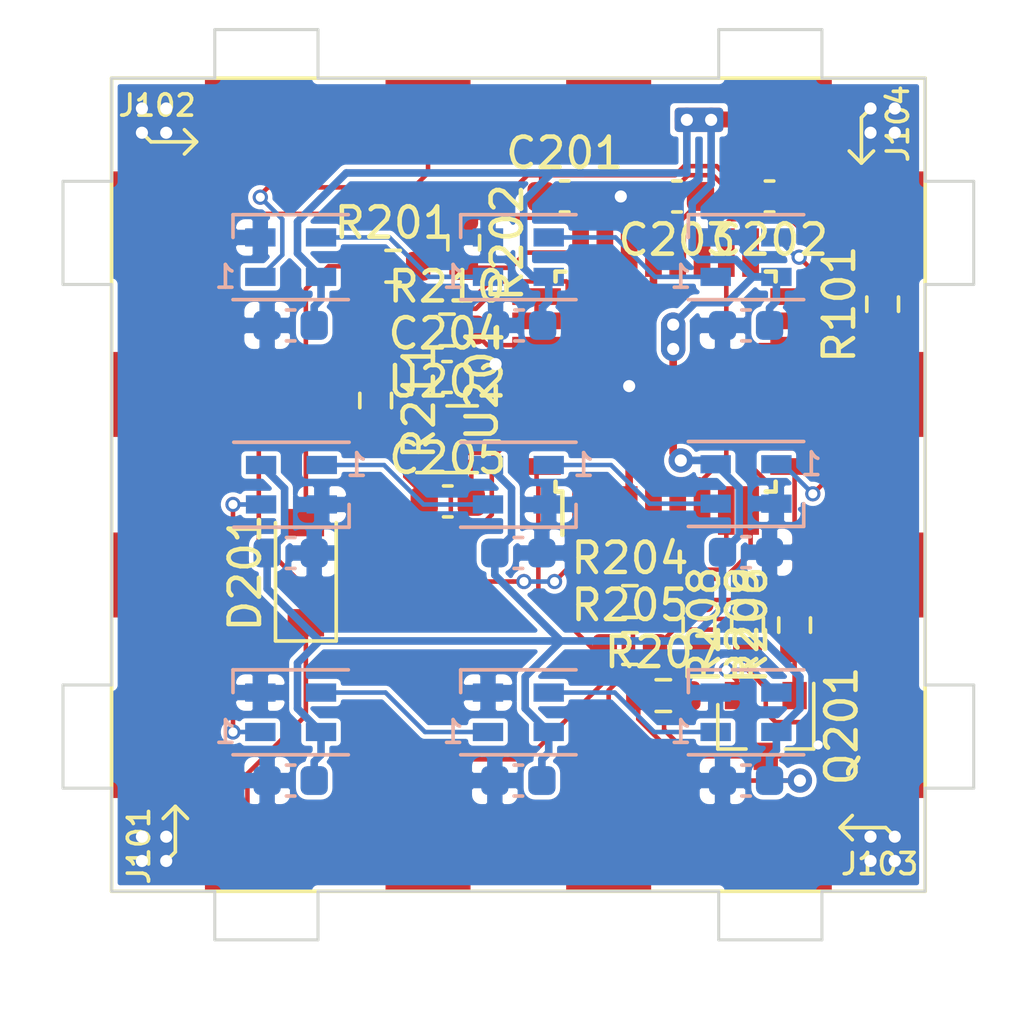
<source format=kicad_pcb>
(kicad_pcb (version 20211014) (generator pcbnew)

  (general
    (thickness 1.6)
  )

  (paper "A4")
  (layers
    (0 "F.Cu" signal)
    (31 "B.Cu" signal)
    (32 "B.Adhes" user "B.Adhesive")
    (33 "F.Adhes" user "F.Adhesive")
    (34 "B.Paste" user)
    (35 "F.Paste" user)
    (36 "B.SilkS" user "B.Silkscreen")
    (37 "F.SilkS" user "F.Silkscreen")
    (38 "B.Mask" user)
    (39 "F.Mask" user)
    (40 "Dwgs.User" user "User.Drawings")
    (41 "Cmts.User" user "User.Comments")
    (42 "Eco1.User" user "User.Eco1")
    (43 "Eco2.User" user "User.Eco2")
    (44 "Edge.Cuts" user)
    (45 "Margin" user)
    (46 "B.CrtYd" user "B.Courtyard")
    (47 "F.CrtYd" user "F.Courtyard")
    (48 "B.Fab" user)
    (49 "F.Fab" user)
  )

  (setup
    (pad_to_mask_clearance 0)
    (pcbplotparams
      (layerselection 0x00010fc_ffffffff)
      (disableapertmacros false)
      (usegerberextensions false)
      (usegerberattributes true)
      (usegerberadvancedattributes true)
      (creategerberjobfile true)
      (svguseinch false)
      (svgprecision 6)
      (excludeedgelayer true)
      (plotframeref false)
      (viasonmask false)
      (mode 1)
      (useauxorigin false)
      (hpglpennumber 1)
      (hpglpenspeed 20)
      (hpglpendiameter 15.000000)
      (dxfpolygonmode true)
      (dxfimperialunits true)
      (dxfusepcbnewfont true)
      (psnegative false)
      (psa4output false)
      (plotreference true)
      (plotvalue true)
      (plotinvisibletext false)
      (sketchpadsonfab false)
      (subtractmaskfromsilk false)
      (outputformat 1)
      (mirror false)
      (drillshape 1)
      (scaleselection 1)
      (outputdirectory "")
    )
  )

  (net 0 "")
  (net 1 "GND")
  (net 2 "VCPU")
  (net 3 "VAUX")
  (net 4 "VLED")
  (net 5 "Net-(D201-Pad2)")
  (net 6 "+BATT")
  (net 7 "/led_substring_digital/DIN")
  (net 8 "/LED_DOUT")
  (net 9 "/USB_DM")
  (net 10 "/USB_DP")
  (net 11 "/~{VLED_EN}")
  (net 12 "/~{CHG_ACTIVE}")
  (net 13 "/~{BTN}")
  (net 14 "VBUS")
  (net 15 "Net-(Q201-Pad1)")
  (net 16 "/BATT_SENSE")
  (net 17 "/~{BATT_SENSE_EN}")
  (net 18 "/MCU_DM")
  (net 19 "/MCU_DP")
  (net 20 "/LED_DIN")
  (net 21 "/VBUS_SENSE")
  (net 22 "/AXL_SDA")
  (net 23 "/AXL_SCL")
  (net 24 "/~{RESET}")
  (net 25 "Net-(U201-Pad22)")
  (net 26 "Net-(U201-Pad19)")
  (net 27 "/AXL_INT2")
  (net 28 "/AXL_INT1")
  (net 29 "Net-(U201-Pad17)")
  (net 30 "Net-(U201-Pad16)")
  (net 31 "Net-(U201-Pad15)")
  (net 32 "Net-(U201-Pad13)")
  (net 33 "Net-(U201-Pad12)")
  (net 34 "Net-(U201-Pad30)")
  (net 35 "Net-(U201-Pad11)")
  (net 36 "Net-(U201-Pad10)")
  (net 37 "Net-(C203-Pad1)")
  (net 38 "Net-(C205-Pad1)")
  (net 39 "Net-(D202-Pad1)")
  (net 40 "Net-(D203-Pad1)")
  (net 41 "Net-(D203-Pad3)")
  (net 42 "Net-(D204-Pad1)")
  (net 43 "Net-(D204-Pad3)")
  (net 44 "Net-(D205-Pad1)")
  (net 45 "Net-(D206-Pad1)")
  (net 46 "Net-(D207-Pad1)")
  (net 47 "Net-(J102-Pad3)")

  (footprint "Capacitor_SMD:C_0603_1608Metric" (layer "F.Cu") (at 153.525 90.55 180))

  (footprint "Diode_SMD:D_SOD-123" (layer "F.Cu") (at 141.3 102.95 90))

  (footprint "leddie_parts:leddie_edgecon" (layer "F.Cu") (at 148.3 111.95 -90))

  (footprint "leddie_parts:leddie_edgecon" (layer "F.Cu") (at 160.2 100.05))

  (footprint "Resistor_SMD:R_0603_1608Metric" (layer "F.Cu") (at 144.175 92.85))

  (footprint "Resistor_SMD:R_0603_1608Metric" (layer "F.Cu") (at 146.5 92.075 -90))

  (footprint "Resistor_SMD:R_0603_1608Metric" (layer "F.Cu") (at 160.3 94.1 90))

  (footprint "Package_QFP:TQFP-32_7x7mm_P0.8mm" (layer "F.Cu") (at 153.15 96.65 90))

  (footprint "Package_DFN_QFN:DFN-10_2x2mm_P0.4mm" (layer "F.Cu") (at 145.95 98.55))

  (footprint "Resistor_SMD:R_0603_1608Metric" (layer "F.Cu") (at 143.6 97.275 -90))

  (footprint "Resistor_SMD:R_0603_1608Metric" (layer "F.Cu") (at 145.95 94.95))

  (footprint "Capacitor_SMD:C_0603_1608Metric" (layer "F.Cu") (at 145.95 96.5))

  (footprint "Capacitor_SMD:C_0603_1608Metric" (layer "F.Cu") (at 145.975 100.6))

  (footprint "Capacitor_SMD:C_0603_1608Metric" (layer "F.Cu") (at 156.575 90.55 180))

  (footprint "Capacitor_SMD:C_0603_1608Metric" (layer "F.Cu") (at 149.825 90.55))

  (footprint "Resistor_SMD:R_0603_1608Metric" (layer "F.Cu") (at 153.075 107))

  (footprint "Resistor_SMD:R_0603_1608Metric" (layer "F.Cu") (at 157.4 104.675 90))

  (footprint "Package_TO_SOT_SMD:SOT-23" (layer "F.Cu") (at 156.45 108 -90))

  (footprint "Resistor_SMD:R_0603_1608Metric" (layer "F.Cu") (at 155.85 104.675 90))

  (footprint "Resistor_SMD:R_0603_1608Metric" (layer "F.Cu") (at 154.25 104.675 -90))

  (footprint "Resistor_SMD:R_0603_1608Metric" (layer "F.Cu") (at 151.975 105.45))

  (footprint "Resistor_SMD:R_0603_1608Metric" (layer "F.Cu") (at 151.975 103.9))

  (footprint "leddie_parts:leddie_edgecon" (layer "F.Cu") (at 136.4 100.05 180))

  (footprint "leddie_parts:leddie_edgecon" (layer "F.Cu") (at 148.3 88.15 90))

  (footprint "Capacitor_SMD:C_0603_1608Metric" (layer "B.Cu") (at 155.8 109.8 180))

  (footprint "Capacitor_SMD:C_0603_1608Metric" (layer "B.Cu") (at 140.8 102.3))

  (footprint "Capacitor_SMD:C_0603_1608Metric" (layer "B.Cu") (at 155.8 94.8 180))

  (footprint "Capacitor_SMD:C_0603_1608Metric" (layer "B.Cu") (at 148.3 109.8 180))

  (footprint "Capacitor_SMD:C_0603_1608Metric" (layer "B.Cu") (at 148.3 102.3))

  (footprint "Capacitor_SMD:C_0603_1608Metric" (layer "B.Cu") (at 148.325 94.8 180))

  (footprint "Capacitor_SMD:C_0603_1608Metric" (layer "B.Cu") (at 140.8 109.8 180))

  (footprint "Capacitor_SMD:C_0603_1608Metric" (layer "B.Cu") (at 155.8 102.275))

  (footprint "Capacitor_SMD:C_0603_1608Metric" (layer "B.Cu") (at 140.8 94.8 180))

  (footprint "LED_SMD:LED_SK6805_PLCC4_2.4x2.7mm_P1.3mm" (layer "B.Cu") (at 140.825 100.05 180))

  (footprint "LED_SMD:LED_SK6805_PLCC4_2.4x2.7mm_P1.3mm" (layer "B.Cu") (at 155.8 92.55))

  (footprint "LED_SMD:LED_SK6805_PLCC4_2.4x2.7mm_P1.3mm" (layer "B.Cu") (at 148.3 107.55))

  (footprint "LED_SMD:LED_SK6805_PLCC4_2.4x2.7mm_P1.3mm" (layer "B.Cu") (at 148.3 100.05 180))

  (footprint "LED_SMD:LED_SK6805_PLCC4_2.4x2.7mm_P1.3mm" (layer "B.Cu") (at 148.3 92.55))

  (footprint "LED_SMD:LED_SK6805_PLCC4_2.4x2.7mm_P1.3mm" (layer "B.Cu") (at 140.8 107.55))

  (footprint "LED_SMD:LED_SK6805_PLCC4_2.4x2.7mm_P1.3mm" (layer "B.Cu") (at 155.8 100.025 180))

  (footprint "LED_SMD:LED_SK6805_PLCC4_2.4x2.7mm_P1.3mm" (layer "B.Cu") (at 140.8 92.55))

  (footprint "LED_SMD:LED_SK6805_PLCC4_2.4x2.7mm_P1.3mm" (layer "B.Cu") (at 155.8 107.55))

  (gr_line (start 134.9 86.65) (end 161.7 86.65) (layer "Dwgs.User") (width 0.15) (tstamp 00000000-0000-0000-0000-000060e1ac2d))
  (gr_line (start 134.9 113.45) (end 134.9 86.65) (layer "Dwgs.User") (width 0.15) (tstamp 00000000-0000-0000-0000-000060e1ac37))
  (gr_line (start 161.7 86.65) (end 161.7 113.45) (layer "Dwgs.User") (width 0.15) (tstamp 00000000-0000-0000-0000-000060e1ac3c))
  (gr_line (start 161.7 113.45) (end 134.9 113.45) (layer "Dwgs.User") (width 0.15) (tstamp 00000000-0000-0000-0000-000060e1ac3d))
  (gr_line (start 155.8 84.15) (end 155.8 117.35) (layer "Dwgs.User") (width 0.15) (tstamp 00000000-0000-0000-0000-000061224c2b))
  (gr_line (start 140.8 84.15) (end 140.8 117.35) (layer "Dwgs.User") (width 0.15) (tstamp 00000000-0000-0000-0000-000061224c2c))
  (gr_line (start 148.3 84.15) (end 148.3 117.35) (layer "Dwgs.User") (width 0.15) (tstamp 00000000-0000-0000-0000-000061224c2d))
  (gr_line (start 131.3 100.05) (end 164.5 100.05) (layer "Dwgs.User") (width 0.15) (tstamp 00000000-0000-0000-0000-000061224c2e))
  (gr_line (start 131.3 92.55) (end 164.5 92.55) (layer "Dwgs.User") (width 0.15) (tstamp 00000000-0000-0000-0000-000061224c2f))
  (gr_line (start 131.7 107.55) (end 164.9 107.55) (layer "Dwgs.User") (width 0.15) (tstamp 00000000-0000-0000-0000-0000612274da))
  (gr_line (start 161.7 110.05) (end 161.7 113.45) (layer "Edge.Cuts") (width 0.1) (tstamp 00000000-0000-0000-0000-000060e1ac29))
  (gr_line (start 161.7 93.45) (end 161.7 106.65) (layer "Edge.Cuts") (width 0.1) (tstamp 00000000-0000-0000-0000-000060e1ac2a))
  (gr_line (start 138.3 113.45) (end 138.3 115.05) (layer "Edge.Cuts") (width 0.1) (tstamp 00000000-0000-0000-0000-000060e1ac2b))
  (gr_line (start 154.9 115.05) (end 154.9 113.45) (layer "Edge.Cuts") (width 0.1) (tstamp 00000000-0000-0000-0000-000060e1ac2c))
  (gr_line (start 141.7 85.05) (end 141.7 86.65) (layer "Edge.Cuts") (width 0.1) (tstamp 00000000-0000-0000-0000-000060e1ac2e))
  (gr_line (start 158.3 86.65) (end 158.3 85.05) (layer "Edge.Cuts") (width 0.1) (tstamp 00000000-0000-0000-0000-000060e1ac2f))
  (gr_line (start 133.3 90.05) (end 133.3 93.45) (layer "Edge.Cuts") (width 0.1) (tstamp 00000000-0000-0000-0000-000060e1ac30))
  (gr_line (start 133.3 93.45) (end 134.9 93.45) (layer "Edge.Cuts") (width 0.1) (tstamp 00000000-0000-0000-0000-000060e1ac31))
  (gr_line (start 134.9 106.65) (end 134.9 93.45) (layer "Edge.Cuts") (width 0.1) (tstamp 00000000-0000-0000-0000-000060e1ac32))
  (gr_line (start 134.9 90.05) (end 134.9 86.65) (layer "Edge.Cuts") (width 0.1) (tstamp 00000000-0000-0000-0000-000060e1ac33))
  (gr_line (start 133.3 106.65) (end 133.3 110.05) (layer "Edge.Cuts") (width 0.1) (tstamp 00000000-0000-0000-0000-000060e1ac34))
  (gr_line (start 133.3 110.05) (end 134.9 110.05) (layer "Edge.Cuts") (width 0.1) (tstamp 00000000-0000-0000-0000-000060e1ac35))
  (gr_line (start 134.9 110.05) (end 134.9 113.45) (layer "Edge.Cuts") (width 0.1) (tstamp 00000000-0000-0000-0000-000060e1ac36))
  (gr_line (start 133.3 106.65) (end 134.9 106.65) (layer "Edge.Cuts") (width 0.1) (tstamp 00000000-0000-0000-0000-000060e1ac38))
  (gr_line (start 134.9 90.05) (end 133.3 90.05) (layer "Edge.Cuts") (width 0.1) (tstamp 00000000-0000-0000-0000-000060e1ac39))
  (gr_line (start 163.3 90.05) (end 161.7 90.05) (layer "Edge.Cuts") (width 0.1) (tstamp 00000000-0000-0000-0000-000060e1ac3b))
  (gr_line (start 154.9 113.45) (end 141.7 113.45) (layer "Edge.Cuts") (width 0.1) (tstamp 00000000-0000-0000-0000-000060e1ac3e))
  (gr_line (start 138.3 115.05) (end 141.7 115.05) (layer "Edge.Cuts") (width 0.1) (tstamp 00000000-0000-0000-0000-000060e1ac3f))
  (gr_line (start 141.7 115.05) (end 141.7 113.45) (layer "Edge.Cuts") (width 0.1) (tstamp 00000000-0000-0000-0000-000060e1ac40))
  (gr_line (start 161.7 110.05) (end 163.3 110.05) (layer "Edge.Cuts") (width 0.1) (tstamp 00000000-0000-0000-0000-000060e1ac41))
  (gr_line (start 138.3 86.65) (end 134.9 86.65) (layer "Edge.Cuts") (width 0.1) (tstamp 00000000-0000-0000-0000-000060e1ac42))
  (gr_line (start 158.3 85.05) (end 154.9 85.05) (layer "Edge.Cuts") (width 0.1) (tstamp 00000000-0000-0000-0000-000060e1ac43))
  (gr_line (start 154.9 85.05) (end 154.9 86.65) (layer "Edge.Cuts") (width 0.1) (tstamp 00000000-0000-0000-0000-000060e1ac44))
  (gr_line (start 141.7 86.65) (end 154.9 86.65) (layer "Edge.Cuts") (width 0.1) (tstamp 00000000-0000-0000-0000-000060e1ac45))
  (gr_line (start 158.3 86.65) (end 161.7 86.65) (layer "Edge.Cuts") (width 0.1) (tstamp 00000000-0000-0000-0000-000060e1ac46))
  (gr_line (start 141.7 85.05) (end 138.3 85.05) (layer "Edge.Cuts") (width 0.1) (tstamp 00000000-0000-0000-0000-000060e1ac47))
  (gr_line (start 138.3 85.05) (end 138.3 86.65) (layer "Edge.Cuts") (width 0.1) (tstamp 00000000-0000-0000-0000-000060e1ac48))
  (gr_line (start 163.3 93.45) (end 161.7 93.45) (layer "Edge.Cuts") (width 0.1) (tstamp 00000000-0000-0000-0000-000060e1ac49))
  (gr_line (start 154.9 115.05) (end 158.3 115.05) (layer "Edge.Cuts") (width 0.1) (tstamp 00000000-0000-0000-0000-000060e1ac4a))
  (gr_line (start 158.3 115.05) (end 158.3 113.45) (layer "Edge.Cuts") (width 0.1) (tstamp 00000000-0000-0000-0000-000060e1ac4b))
  (gr_line (start 163.3 106.65) (end 161.7 106.65) (layer "Edge.Cuts") (width 0.1) (tstamp 00000000-0000-0000-0000-000060e1ac4c))
  (gr_line (start 161.7 90.05) (end 161.7 86.65) (layer "Edge.Cuts") (width 0.1) (tstamp 00000000-0000-0000-0000-000060e1ac4d))
  (gr_line (start 138.3 113.45) (end 134.9 113.45) (layer "Edge.Cuts") (width 0.1) (tstamp 00000000-0000-0000-0000-000060e1ac4e))
  (gr_line (start 158.3 113.45) (end 161.7 113.45) (layer "Edge.Cuts") (width 0.1) (tstamp 00000000-0000-0000-0000-000060e1ac54))
  (gr_line (start 163.3 93.45) (end 163.3 90.05) (layer "Edge.Cuts") (width 0.1) (tstamp 00000000-0000-0000-0000-000060e1ac55))
  (gr_line (start 163.3 110.05) (end 163.3 106.65) (layer "Edge.Cuts") (width 0.1) (tstamp 00000000-0000-0000-0000-000060e1ac56))

  (segment (start 153.55 101.85) (end 153.55 100.9) (width 0.15) (layer "F.Cu") (net 1) (tstamp 015f5586-ba76-4a98-9114-f5cd2c67134d))
  (segment (start 136.3 111.25) (end 136.3 108.975) (width 0.15) (layer "F.Cu") (net 1) (tstamp 0ba17a9b-d889-426c-b4fe-048bed6b6be8))
  (segment (start 155.411413 90.55) (end 154.711403 89.84999) (width 0.15) (layer "F.Cu") (net 1) (tstamp 0f0f7bb5-ade7-4a81-82b4-43be6a8ad05c))
  (segment (start 159.9 112.425) (end 159.525 112.05) (width 0.15) (layer "F.Cu") (net 1) (tstamp 12fa3c3f-3d14-451a-a6a8-884fd1b32fa7))
  (segment (start 147.225721 98.95) (end 147.325001 98.850721) (width 0.15) (layer "F.Cu") (net 1) (tstamp 21492bcd-343a-4b2b-b55a-b4586c11bdeb))
  (segment (start 151.95 97.365685) (end 151.95 100.9) (width 0.25) (layer "F.Cu") (net 1) (tstamp 275b6416-db29-42cc-9307-bf426917c3b4))
  (segment (start 154.25 105.5) (end 153.1 106.65) (width 0.15) (layer "F.Cu") (net 1) (tstamp 29cbb0bc-f66b-4d11-80e7-5bb270e42496))
  (segment (start 154.711403 89.84999) (end 153.888597 89.84999) (width 0.15) (layer "F.Cu") (net 1) (tstamp 2f3fba7a-cf45-4bd8-9035-07e6fa0b4732))
  (segment (start 151.95 101.85) (end 152.025001 101.925001) (width 0.15) (layer "F.Cu") (net 1) (tstamp 2f424da3-8fae-4941-bc6d-20044787372f))
  (segment (start 156.45 109) (end 157.8 109) (width 0.15) (layer "F.Cu") (net 1) (tstamp 355ced6c-c08a-4586-9a09-7a9c624536f6))
  (segment (start 159.9 88.45) (end 160 88.45) (width 0.15) (layer "F.Cu") (net 1) (tstamp 3bca658b-a598-4669-a7cb-3f9b5f47bb5a))
  (segment (start 151.949999 96.799999) (end 151.95 97.365685) (width 0.25) (layer "F.Cu") (net 1) (tstamp 3c22d605-7855-4cc6-8ad2-906cadbd02dc))
  (segment (start 147.230002 98.15) (end 146.75 98.15) (width 0.15) (layer "F.Cu") (net 1) (tstamp 3d552623-2969-4b15-8623-368144f225e9))
  (segment (start 153.1 108.125) (end 153.975 109) (width 0.15) (layer "F.Cu") (net 1) (tstamp 3ed2c840-383d-4cbd-bc3b-c4ea4c97b333))
  (segment (start 151.949999 94.850001) (end 151.949999 96.799999) (width 0.25) (layer "F.Cu") (net 1) (tstamp 4086cbd7-6ba7-4e63-8da9-17e60627ee17))
  (segment (start 151.95 100.9) (end 151.95 101.85) (width 0.15) (layer "F.Cu") (net 1) (tstamp 41485de5-6ed3-4c83-b69e-ef83ae18093c))
  (segment (start 153.188587 90.55) (end 152.75 90.55) (width 0.15) (layer "F.Cu") (net 1) (tstamp 4346fe55-f906-453a-b81a-1c013104a598))
  (segment (start 150.6 90.55) (end 151.675 90.55) (width 0.25) (layer "F.Cu") (net 1) (tstamp 465137b4-f6f7-4d51-9b40-b161947d5cc1))
  (segment (start 152.75 92.4) (end 152.75 90.55) (width 0.25) (layer "F.Cu") (net 1) (tstamp 46cbe85d-ff47-428e-b187-4ebd50a66e0c))
  (segment (start 153.474999 101.925001) (end 153.55 101.85) (width 0.15) (layer "F.Cu") (net 1) (tstamp 541721d1-074b-496e-a833-813044b3e8ca))
  (segment (start 153.888597 89.84999) (end 153.188587 90.55) (width 0.15) (layer "F.Cu") (net 1) (tstamp 5e6153e6-2c19-46de-9a8e-b310a2a07861))
  (segment (start 136.7 88.45) (end 137.15 88) (width 0.15) (layer "F.Cu") (net 1) (tstamp 63caf46e-0228-40de-b819-c6bd29dd1711))
  (segment (start 151.95 96.8) (end 151.949999 96.799999) (width 0.25) (layer "F.Cu") (net 1) (tstamp 653a86ba-a1ae-4175-9d4c-c788087956d0))
  (segment (start 153.975 109) (end 156.45 109) (width 0.15) (layer "F.Cu") (net 1) (tstamp 6a0919c2-460c-4229-b872-14e318e1ba8b))
  (segment (start 146.725 96.5) (end 147.124998 96.5) (width 0.25) (layer "F.Cu") (net 1) (tstamp 7233cb6b-d8fd-4fcd-9b4f-8b0ed19b1b12))
  (segment (start 146.725 96.5) (end 147.175 96.5) (width 0.15) (layer "F.Cu") (net 1) (tstamp 8aeae536-fd36-430e-be47-1a856eced2fc))
  (segment (start 152.75 92.4) (end 152.75 94.05) (width 0.25) (layer "F.Cu") (net 1) (tstamp 91fc5800-6029-46b1-848d-ca0091f97267))
  (segment (start 146.75 100.6) (end 146.75 99.35) (width 0.15) (layer "F.Cu") (net 1) (tstamp 92848721-49b5-4e4c-b042-6fd51e1d562f))
  (segment (start 137.15 88) (end 139.325 88) (width 0.15) (layer "F.Cu") (net 1) (tstamp 94a10cae-6ef2-4b64-9d98-fb22aa3306cc))
  (segment (start 147.325001 98.850721) (end 147.325001 98.674999) (width 0.15) (layer "F.Cu") (net 1) (tstamp 96315415-cfed-47d2-b3dd-d782358bd0df))
  (segment (start 139.325 88) (end 139.375 88.05) (width 0.15) (layer "F.Cu") (net 1) (tstamp a7fc0812-140f-4d96-9cd8-ead8c1c610b1))
  (segment (start 160 88.45) (end 160.3 88.75) (width 0.15) (layer "F.Cu") (net 1) (tstamp b7aa0362-7c9e-4a42-b191-ab15a38bf3c5))
  (segment (start 152.75 94.05) (end 151.949999 94.850001) (width 0.25) (layer "F.Cu") (net 1) (tstamp bb8162f0-99c8-4884-be5b-c0d0c7e81ff6))
  (segment (start 147.325001 96.650001) (end 147.325001 98.674999) (width 0.15) (layer "F.Cu") (net 1) (tstamp bc3b3f93-69e0-44a5-b919-319b81d13095))
  (segment (start 160.3 88.75) (end 160.3 91.125) (width 0.15) (layer "F.Cu") (net 1) (tstamp bef2abc2-bf3e-4a72-ad03-f8da3cd893cb))
  (segment (start 146.75 99.35) (end 146.75 98.95) (width 0.15) (layer "F.Cu") (net 1) (tstamp c07eebcc-30d2-439d-8030-faea6ade4486))
  (segment (start 157.8 109) (end 158.175 108.625) (width 0.15) (layer "F.Cu") (net 1) (tstamp c2dd13db-24b6-40f1-b75b-b9ab893d92ea))
  (segment (start 155.8 90.55) (end 155.411413 90.55) (width 0.15) (layer "F.Cu") (net 1) (tstamp cb1a49ef-0a06-4f40-9008-61d1d1c36198))
  (segment (start 152.025001 101.925001) (end 153.474999 101.925001) (width 0.15) (layer "F.Cu") (net 1) (tstamp d05faa1f-5f69-41bf-86d3-2cd224432e1b))
  (segment (start 159.9 112.45) (end 159.9 112.425) (width 0.15) (layer "F.Cu") (net 1) (tstamp d18f2428-546f-4066-8ffb-7653303685db))
  (segment (start 153.1 106.65) (end 153.1 108.125) (width 0.15) (layer "F.Cu") (net 1) (tstamp d1c19c11-0a13-4237-b6b4-fb2ef1db7c6d))
  (segment (start 152.75 90.55) (end 151.675 90.55) (width 0.25) (layer "F.Cu") (net 1) (tstamp d1cd5391-31d2-459f-8adb-4ae3f304a833))
  (segment (start 136.3 103.025) (end 136.3 108.975) (width 0.5) (layer "F.Cu") (net 1) (tstamp d8200a86-aa75-47a3-ad2a-7f4c9c999a6f))
  (segment (start 159.525 112.05) (end 157.225 112.05) (width 0.15) (layer "F.Cu") (net 1) (tstamp d95c6650-fcd9-4184-97fe-fde43ea5c0cd))
  (segment (start 147.124998 96.5) (end 147.549998 96.075) (width 0.25) (layer "F.Cu") (net 1) (tstamp e50c80c5-80c4-46a3-8c1e-c9c3a71a0934))
  (segment (start 147.325001 98.244999) (end 147.230002 98.15) (width 0.15) (layer "F.Cu") (net 1) (tstamp e65bab67-68b7-4b22-a939-6f2c05164d2a))
  (segment (start 147.175 96.5) (end 147.325001 96.650001) (width 0.15) (layer "F.Cu") (net 1) (tstamp eb473bfd-fc2d-4cf0-8714-6b7dd95b0a03))
  (segment (start 136.7 111.65) (end 136.3 111.25) (width 0.15) (layer "F.Cu") (net 1) (tstamp f33ec0db-ef0f-4576-8054-2833161a8f30))
  (segment (start 146.75 98.95) (end 147.225721 98.95) (width 0.15) (layer "F.Cu") (net 1) (tstamp fa20e708-ec85-4e0b-8402-f74a2724f920))
  (segment (start 147.325001 98.674999) (end 147.325001 98.244999) (width 0.15) (layer "F.Cu") (net 1) (tstamp fb35e3b1-aff6-41a7-9cf0-52694b95edeb))
  (via (at 159.9 88.45) (size 0.8) (drill 0.4) (layers "F.Cu" "B.Cu") (net 1) (tstamp 00000000-0000-0000-0000-0000612261a7))
  (via (at 159.9 87.65) (size 0.8) (drill 0.4) (layers "F.Cu" "B.Cu") (net 1) (tstamp 00000000-0000-0000-0000-0000612261a8))
  (via (at 160.7 88.45) (size 0.8) (drill 0.4) (layers "F.Cu" "B.Cu") (net 1) (tstamp 00000000-0000-0000-0000-0000612261a9))
  (via (at 160.7 87.65) (size 0.8) (drill 0.4) (layers "F.Cu" "B.Cu") (net 1) (tstamp 00000000-0000-0000-0000-0000612261aa))
  (via (at 159.9 111.65) (size 0.8) (drill 0.4) (layers "F.Cu" "B.Cu") (net 1) (tstamp 00000000-0000-0000-0000-000061228a22))
  (via (at 160.7 111.65) (size 0.8) (drill 0.4) (layers "F.Cu" "B.Cu") (net 1) (tstamp 00000000-0000-0000-0000-000061228a23))
  (via (at 160.7 112.45) (size 0.8) (drill 0.4) (layers "F.Cu" "B.Cu") (net 1) (tstamp 00000000-0000-0000-0000-000061228a24))
  (via (at 159.9 112.45) (size 0.8) (drill 0.4) (layers "F.Cu" "B.Cu") (net 1) (tstamp 00000000-0000-0000-0000-000061228a25))
  (via (at 136.7 111.65) (size 0.8) (drill 0.4) (layers "F.Cu" "B.Cu") (net 1) (tstamp 00000000-0000-0000-0000-000061228b4e))
  (via (at 136.7 112.45) (size 0.8) (drill 0.4) (layers "F.Cu" "B.Cu") (net 1) (tstamp 00000000-0000-0000-0000-000061228b50))
  (via (at 135.9 111.65) (size 0.8) (drill 0.4) (layers "F.Cu" "B.Cu") (net 1) (tstamp 00000000-0000-0000-0000-000061228b51))
  (via (at 135.9 112.45) (size 0.8) (drill 0.4) (layers "F.Cu" "B.Cu") (net 1) (tstamp 00000000-0000-0000-0000-000061228b52))
  (via (at 135.9 88.45) (size 0.8) (drill 0.4) (layers "F.Cu" "B.Cu") (net 1) (tstamp 00000000-0000-0000-0000-000061228b85))
  (via (at 135.9 87.65) (size 0.8) (drill 0.4) (layers "F.Cu" "B.Cu") (net 1) (tstamp 00000000-0000-0000-0000-000061228b86))
  (via (at 136.7 88.45) (size 0.8) (drill 0.4) (layers "F.Cu" "B.Cu") (net 1) (tstamp 00000000-0000-0000-0000-000061228b88))
  (via (at 136.7 87.65) (size 0.8) (drill 0.4) (layers "F.Cu" "B.Cu") (net 1) (tstamp 00000000-0000-0000-0000-000061228b89))
  (via (at 151.675 90.55) (size 0.8) (drill 0.4) (layers "F.Cu" "B.Cu") (net 1) (tstamp 00000000-0000-0000-0000-00006122cf56))
  (via (at 147.549998 96.075) (size 0.8) (drill 0.4) (layers "F.Cu" "B.Cu") (net 1) (tstamp 761c8e29-382a-475c-a37a-7201cc9cd0f5))
  (via (at 158.175 108.625) (size 0.5) (drill 0.3) (layers "F.Cu" "B.Cu") (net 1) (tstamp c401e9c6-1deb-4979-99be-7c801c952098))
  (via (at 151.949999 96.799999) (size 0.8) (drill 0.4) (layers "F.Cu" "B.Cu") (net 1) (tstamp df83f395-2d18-47e2-a370-952ca41c2b3a))
  (segment (start 152.825001 99.874999) (end 154.274999 99.874999) (width 0.15) (layer "F.Cu") (net 2) (tstamp 0554bea0-89b2-4e25-9ea3-4c73921c94cb))
  (segment (start 157.35 90.55) (end 156.64999 89.84999) (width 0.15) (layer "F.Cu") (net 2) (tstamp 08ec951f-e7eb-41cf-9589-697107a98e88))
  (segment (start 155.135681 89.84999) (end 154.83567 89.549979) (width 0.15) (layer "F.Cu") (net 2) (tstamp 09bbea88-8bd7-48ec-baae-1b4a9a11a40e))
  (segment (start 156.64999 89.84999) (end 155.135681 89.84999) (width 0.15) (layer "F.Cu") (net 2) (tstamp 0fb27e11-fde6-4a25-adbb-e9684771b369))
  (segment (start 149.05 89.89998) (end 149.09999 89.84999) (width 0.15) (layer "F.Cu") (net 2) (tstamp 13ac70df-e9b9-44e5-96e6-20f0b0dc6a3a))
  (segment (start 149.05 90.55) (end 149.05 89.89998) (width 0.15) (layer "F.Cu") (net 2) (tstamp 24adc223-60f0-4497-98a3-d664c5a13280))
  (segment (start 157.35 90.55) (end 157.35 91.25) (width 0.15) (layer "F.Cu") (net 2) (tstamp 278a91dc-d57d-4a5c-a045-34b6bd84131f))
  (segment (start 136.375 91.2) (end 136.3 91.125) (width 0.15) (layer "F.Cu") (net 2) (tstamp 29126f72-63f7-4275-8b12-6b96a71c6f17))
  (segment (start 160.3 93.275) (end 159.244998 93.275) (width 0.15) (layer "F.Cu") (net 2) (tstamp 2ea8fa6f-efc3-40fe-bcf9-05bfa46ead4f))
  (segment (start 154.83567 89.549979) (end 153.76433 89.549979) (width 0.15) (layer "F.Cu") (net 2) (tstamp 41c18011-40db-4384-9ba4-c0158d0d9d6a))
  (segment (start 155.3 91.3) (end 155.15 91.45) (width 0.15) (layer "F.Cu") (net 2) (tstamp 4641c87c-bffa-41fe-ae77-be3a97a6f797))
  (segment (start 157.3 91.3) (end 155.3 91.3) (width 0.15) (layer "F.Cu") (net 2) (tstamp 4cc0e615-05a0-4f42-a208-4011ba8ef841))
  (segment (start 155.15 92.4) (end 155.15 99.1) (width 0.15) (layer "F.Cu") (net 2) (tstamp 4cfd9a02-97ef-4af4-a6b8-db9be1a8fda5))
  (segment (start 153.76433 89.549979) (end 153.464319 89.84999) (width 0.15) (layer "F.Cu") (net 2) (tstamp 56d2bc5d-fd72-4542-ab0f-053a5fd60efa))
  (segment (start 136.3 91.125) (end 144.325 91.125) (width 0.15) (layer "F.Cu") (net 2) (tstamp 631c7be5-8dc2-4df4-ab73-737bb928e763))
  (segment (start 144.82501 90.62499) (end 147.82501 90.62499) (width 0.15) (layer "F.Cu") (net 2) (tstamp 6d2a06fb-0b1e-452a-ab38-11a5f45e1b32))
  (segment (start 155.15 99.1) (end 154.35 99.9) (width 0.15) (layer "F.Cu") (net 2) (tstamp 751d823e-1d7b-4501-9658-d06d459b0e16))
  (segment (start 154.274999 99.874999) (end 154.35 99.95) (width 0.15) (layer "F.Cu") (net 2) (tstamp 88606262-3ac5-44a1-aacc-18b26cf4d396))
  (segment (start 152.75 99.95) (end 152.825001 99.874999) (width 0.15) (layer "F.Cu") (net 2) (tstamp 8d063f79-9282-4820-bcf4-1ff3c006cf08))
  (segment (start 148.60001 89.84999) (end 149.09999 89.84999) (width 0.15) (layer "F.Cu") (net 2) (tstamp 929a9b03-e99e-4b88-8e16-759f8c6b59a5))
  (segment (start 157.35 91.25) (end 157.3 91.3) (width 0.15) (layer "F.Cu") (net 2) (tstamp 98966de3-2364-43d8-a2e0-b03bb9487b03))
  (segment (start 159.244998 93.275) (end 157.35 91.380002) (width 0.15) (layer "F.Cu") (net 2) (tstamp 9da1ace0-4181-4f12-80f8-16786a9e5c07))
  (segment (start 152.75 100.9) (end 152.75 99.95) (width 0.15) (layer "F.Cu") (net 2) (tstamp af186015-d283-4209-aade-a247e5de01df))
  (segment (start 147.82501 90.62499) (end 148.60001 89.84999) (width 0.15) (layer "F.Cu") (net 2) (tstamp b21299b9-3c4d-43df-b399-7f9b08eb5470))
  (segment (start 144.325 91.125) (end 144.82501 90.62499) (width 0.15) (layer "F.Cu") (net 2) (tstamp c210293b-1d7a-4e96-92e9-058784106727))
  (segment (start 153.464319 89.84999) (end 149.09999 89.84999) (width 0.15) (layer "F.Cu") (net 2) (tstamp c512fed3-9770-476b-b048-e781b4f3cd72))
  (segment (start 154.35 99.95) (end 154.35 100.9) (width 0.15) (layer "F.Cu") (net 2) (tstamp cd1cff81-9d8a-4511-96d6-4ddb79484001))
  (segment (start 155.15 91.45) (end 155.15 92.4) (width 0.15) (layer "F.Cu") (net 2) (tstamp da546d77-4b03-4562-8fc6-837fd68e7691))
  (segment (start 157.35 91.380002) (end 157.35 90.55) (width 0.15) (layer "F.Cu") (net 2) (tstamp e2fac877-439c-4da0-af2e-5fdc70f85d42))
  (segment (start 154.35 99.9) (end 154.35 100.9) (width 0.15) (layer "F.Cu") (net 2) (tstamp fc2e9f96-3bed-4896-b995-f56e799f1c77))
  (segment (start 148.9 93.85) (end 147.3 93.85) (width 0.15) (layer "F.Cu") (net 3) (tstamp 099473f1-6598-46ff-a50f-4c520832170d))
  (segment (start 147.3 93.85) (end 146.90001 94.24999) (width 0.15) (layer "F.Cu") (net 3) (tstamp 1876c30c-72b2-4a8d-9f32-bf8b213530b4))
  (segment (start 145.125 94.95) (end 145.125 96.45) (width 0.15) (layer "F.Cu") (net 3) (tstamp 4bbde53d-6894-4e18-9480-84a6a26d5f6b))
  (segment (start 145.725001 97.825001) (end 145.65 97.75) (width 0.15) (layer "F.Cu") (net 3) (tstamp 54ed3ee1-891b-418e-ab9c-6a18747d7388))
  (segment (start 145.65 97.75) (end 145.15 97.75) (width 0.15) (layer "F.Cu") (net 3) (tstamp 749d9ed0-2ff2-4b55-abc5-f7231ec3aa28))
  (segment (start 146.75 98.55) (end 146.054281 98.55) (width 0.15) (layer "F.Cu") (net 3) (tstamp 8a8c373f-9bc3-4cf7-8f41-4802da916698))
  (segment (start 145.35001 94.24999) (end 146.90001 94.24999) (width 0.15) (layer "F.Cu") (net 3) (tstamp 9112ddd5-10d5-48b8-954f-f1d5adcacbd9))
  (segment (start 146.054281 98.55) (end 145.725001 98.22072) (width 0.15) (layer "F.Cu") (net 3) (tstamp 92761c09-a591-4c8e-af4d-e0e2262cb01d))
  (segment (start 145.725001 98.22072) (end 145.725001 97.825001) (width 0.15) (layer "F.Cu") (net 3) (tstamp aadc3df5-0e2d-4f3d-b72e-6f184da74c89))
  (segment (start 145.175 96.5) (end 145.175 97.725) (width 0.15) (layer "F.Cu") (net 3) (tstamp af76ce95-feca-41fb-bf31-edaa26d6766a))
  (segment (start 145.125 94.475) (end 145.35001 94.24999) (width 0.15) (layer "F.Cu") (net 3) (tstamp c3d5daf8-d359-42b2-a7c2-0d080ba7e212))
  (segment (start 148.9 93.85) (end 148.9 94.65) (width 0.15) (layer "F.Cu") (net 3) (tstamp ca9b74ce-0dee-401c-9544-f599f4cf538d))
  (segment (start 145.125 94.95) (end 145.125 94.475) (width 0.15) (layer "F.Cu") (net 3) (tstamp d3dd7cdb-b730-487d-804d-99150ba318ef))
  (segment (start 143.6 96.45) (end 145.125 96.45) (width 0.15) (layer "F.Cu") (net 3) (tstamp e11ae5a5-aa10-4f10-b346-f16e33c7899a))
  (segment (start 145.125 96.45) (end 145.175 96.5) (width 0.15) (layer "F.Cu") (net 3) (tstamp f23ac723-a36d-491d-9473-7ec0ffed332d))
  (segment (start 145.175 97.725) (end 145.15 97.75) (width 0.15) (layer "F.Cu") (net 3) (tstamp fd60415a-f01a-46c5-9369-ea970e435e5b))
  (segment (start 157.175 88) (end 157.225 88.05) (width 0.25) (layer "F.Cu") (net 4) (tstamp 0c5dddf1-38df-43d2-b49c-e7b691dab0ab))
  (segment (start 153.4 94.775) (end 153.4 95.575) (width 0.8) (layer "F.Cu") (net 4) (tstamp 15189cef-9045-423b-b4f6-a763d4e75704))
  (segment (start 152.25 107) (end 152.25 107.769988) (width 0.15) (layer "F.Cu") (net 4) (tstamp 2102c637-9f11-48f1-aae6-b4139dc22be2))
  (segment (start 154.280012 109.8) (end 157.575 109.8) (width 0.15) (layer "F.Cu") (net 4) (tstamp 272c2a78-b5f5-4b61-aed3-ec69e0e92729))
  (segment (start 152.25 107.769988) (end 154.280012 109.8) (width 0.15) (layer "F.Cu") (net 4) (tstamp 3f2a6679-91d7-4b6c-bf5c-c4d5abb2bc44))
  (segment (start 153.4 94.775) (end 153.4 98.999999) (width 0.25) (layer "F.Cu") (net 4) (tstamp a686ed7c-c2d1-4d29-9d54-727faf9fd6bf))
  (segment (start 155.075 88) (end 157.175 88) (width 0.25) (layer "F.Cu") (net 4) (tstamp ca56e1ad-54bf-4df5-a4f7-99f5d61d0de9))
  (segment (start 153.4 98.999999) (end 153.65 99.249999) (width 0.25) (layer "F.Cu") (net 4) (tstamp dd70858b-2f9a-4b3f-9af5-ead3a9ba57e9))
  (via (at 154.65 88.025) (size 0.8) (drill 0.4) (layers "F.Cu" "B.Cu") (net 4) (tstamp 00000000-0000-0000-0000-000061229331))
  (via (at 153.85 88.025) (size 0.8) (drill 0.4) (layers "F.Cu" "B.Cu") (net 4) (tstamp 00000000-0000-0000-0000-000061229332))
  (via (at 153.4 95.575) (size 0.8) (drill 0.4) (layers "F.Cu" "B.Cu") (net 4) (tstamp 00000000-0000-0000-0000-00006122e57d))
  (via (at 157.575 109.8) (size 0.8) (drill 0.4) (layers "F.Cu" "B.Cu") (net 4) (tstamp 113ffcdf-4c54-4e37-81dc-f91efa934ba7))
  (via (at 153.4 94.775) (size 0.8) (drill 0.4) (layers "F.Cu" "B.Cu") (net 4) (tstamp 3a1a39fc-8030-4c93-9d9c-d79ba6824099))
  (via (at 153.65 99.249999) (size 0.8) (drill 0.4) (layers "F.Cu" "B.Cu") (net 4) (tstamp 49b5f540-e128-4e08-bb09-f321f8e64056))
  (segment (start 153.4 94.775) (end 153.4 95.575) (width 0.8) (layer "B.Cu") (net 4) (tstamp 00000000-0000-0000-0000-00006122ea0c))
  (segment (start 154.674999 99.249999) (end 154.8 99.375) (width 0.25) (layer "B.Cu") (net 4) (tstamp 000b46d6-b833-4804-8f56-56d539f76d09))
  (segment (start 154.65 90.15) (end 154.65 88.025) (width 0.25) (layer "B.Cu") (net 4) (tstamp 022502e0-e724-4b75-bc35-3c5984dbeb76))
  (segment (start 141.575 109.175) (end 141.8 108.95) (width 0.25) (layer "B.Cu") (net 4) (tstamp 0ce1dd44-f307-4f98-9f0d-478fd87daa64))
  (segment (start 147.525 103.025) (end 149.7 105.2) (width 0.25) (layer "B.Cu") (net 4) (tstamp 0e32af77-726b-4e11-9f99-2e2484ba9e9b))
  (segment (start 147.525 102.3) (end 147.525 103.025) (width 0.25) (layer "B.Cu") (net 4) (tstamp 152cd84e-bbed-4df5-a866-d1ab977b0966))
  (segment (start 149.1 94.2) (end 149.3 94) (width 0.25) (layer "B.Cu") (net 4) (tstamp 15699041-ed40-45ee-87d8-f5e206a88536))
  (segment (start 141.8 93.2) (end 141.024999 92.424999) (width 0.25) (layer "B.Cu") (net 4) (tstamp 1855ca44-ab48-4b76-a210-97fc81d916c4))
  (segment (start 156.575 94.225) (end 156.8 94) (width 0.25) (layer "B.Cu") (net 4) (tstamp 199124ca-dd64-45cf-a063-97cc545cbea7))
  (segment (start 149.1 94.8) (end 149.1 94.2) (width 0.25) (layer "B.Cu") (net 4) (tstamp 1bd80cf9-f42a-4aee-a408-9dbf4e81e625))
  (segment (start 153.925 105.2) (end 155.025 104.1) (width 0.25) (layer "B.Cu") (net 4) (tstamp 1bf7d0f9-0dcf-4d7c-b58c-318e3dc42bc9))
  (segment (start 141.75 105.2) (end 141.024999 105.925001) (width 0.25) (layer "B.Cu") (net 4) (tstamp 1cacb878-9da4-41fc-aa80-018bc841e19a))
  (segment (start 140.025 102.3) (end 140.025 103.475) (width 0.25) (layer "B.Cu") (net 4) (tstamp 1de61170-5337-44c5-ba28-bd477db4bff1))
  (segment (start 157.575001 107.424999) (end 157.575001 106.379999) (width 0.25) (layer "B.Cu") (net 4) (tstamp 247ebffd-2cb6-4379-ba6e-21861fea3913))
  (segment (start 141.024999 91.379999) (end 142.629998 89.775) (width 0.25) (layer "B.Cu") (net 4) (tstamp 254f7cc6-cee1-44ca-9afe-939b318201aa))
  (segment (start 141.8 93.95) (end 141.8 93.2) (width 0.25) (layer "B.Cu") (net 4) (tstamp 26a22c19-4cc5-4237-9651-0edc4f854154))
  (segment (start 148.475 92.9) (end 148.775 93.2) (width 0.25) (layer "B.Cu") (net 4) (tstamp 2b25e886-ded1-450a-ada1-ece4208052e4))
  (segment (start 156.8 93.2) (end 156.025002 93.2) (width 0.25) (layer "B.Cu") (net 4) (tstamp 2ee28fa9-d785-45a1-9a1b-1be02ad8cd0b))
  (segment (start 153.85 89.775) (end 153.85 88.025) (width 0.25) (layer "B.Cu") (net 4) (tstamp 2eea20e6-112c-411a-b615-885ae773135a))
  (segment (start 142.629998 89.775) (end 150.425 89.775) (width 0.25) (layer "B.Cu") (net 4) (tstamp 3457afc5-3e4f-4220-81d1-b079f653a722))
  (segment (start 140.600001 101.724999) (end 140.600001 100.175001) (width 0.25) (layer "B.Cu") (net 4) (tstamp 3b65c51e-c243-447e-bee9-832d94c1630e))
  (segment (start 156.8 108.8) (end 156.8 108.2) (width 0.25) (layer "B.Cu") (net 4) (tstamp 3bbbbb7d-391c-4fee-ac81-3c47878edc38))
  (segment (start 140.600001 100.175001) (end 139.825 99.4) (width 0.25) (layer "B.Cu") (net 4) (tstamp 402c62e6-8d8e-473a-a0cf-2b86e4908cd7))
  (segment (start 150.425 89.775) (end 149.4 89.775) (width 0.25) (layer "B.Cu") (net 4) (tstamp 456c5e47-d71e-4708-b061-1e61634d8648))
  (segment (start 141.575 109.8) (end 141.575 109.175) (width 0.25) (layer "B.Cu") (net 4) (tstamp 4970ec6e-3725-4619-b57d-dc2c2cb86ed0))
  (segment (start 150.425 89.775) (end 153.85 89.775) (width 0.25) (layer "B.Cu") (net 4) (tstamp 49fec31e-3712-4229-8142-b191d90a97d0))
  (segment (start 156.575 109.025) (end 156.8 108.8) (width 0.25) (layer "B.Cu") (net 4) (tstamp 4a53fa56-d65b-42a4-a4be-8f49c4c015bb))
  (segment (start 149.547998 105.2) (end 141.75 105.2) (width 0.25) (layer "B.Cu") (net 4) (tstamp 4ce9470f-5633-41bf-89ac-74a810939893))
  (segment (start 141.024999 107.424999) (end 141.8 108.2) (width 0.25) (layer "B.Cu") (net 4) (tstamp 51cc007a-3378-4ce3-909c-71e94822f8d1))
  (segment (start 141.024999 105.925001) (end 141.024999 107.424999) (width 0.25) (layer "B.Cu") (net 4) (tstamp 5576cd03-3bad-40c5-9316-1d286895d52a))
  (segment (start 156.8 94) (end 156.8 93.2) (width 0.25) (layer "B.Cu") (net 4) (tstamp 57f248a7-365e-4c42-b80d-5a7d1f9dfaf3))
  (segment (start 149.3 108.2) (end 148.524999 107.424999) (width 0.25) (layer "B.Cu") (net 4) (tstamp 58390862-1833-41dd-9c4e-98073ea0da33))
  (segment (start 155.575001 100.150001) (end 154.8 99.375) (width 0.25) (layer "B.Cu") (net 4) (tstamp 5bab6a37-1fdf-4cf8-b571-44c962ed86e9))
  (segment (start 148.524999 107.424999) (end 148.524999 106.379999) (width 0.25) (layer "B.Cu") (net 4) (tstamp 5e755161-24a5-4650-a6e3-9836bf074412))
  (segment (start 141.024999 92.424999) (end 141.024999 91.379999) (width 0.25) (layer "B.Cu") (net 4) (tstamp 5f48b0f2-82cf-40ce-afac-440f97643c36))
  (segment (start 149.075 109.8) (end 149.075 109.1) (width 0.25) (layer "B.Cu") (net 4) (tstamp 6150c02b-beb5-4af1-951e-3666a285a6ea))
  (segment (start 155.17501 94.04999) (end 154.12501 94.04999) (width 0.25) (layer "B.Cu") (net 4) (tstamp 62f15a9a-9893-486e-9ad0-ea43f88fc9e7))
  (segment (start 155.450001 92.624999) (end 154.229997 92.624999) (width 0.25) (layer "B.Cu") (net 4) (tstamp 66ca01b3-51ff-4294-9b77-4492e98f6aec))
  (segment (start 155.575001 101.724999) (end 155.575001 100.150001) (width 0.25) (layer "B.Cu") (net 4) (tstamp 706c1cb9-5d96-4282-9efc-6147f0125147))
  (segment (start 154.12501 94.04999) (end 153.4 94.775) (width 0.25) (layer "B.Cu") (net 4) (tstamp 7273dd21-e834-41d3-b279-d7de727709ca))
  (segment (start 149.075 109.1) (end 149.3 108.875) (width 0.25) (layer "B.Cu") (net 4) (tstamp 755f94aa-38f0-4a64-a7c7-6c71cb18cddf))
  (segment (start 149.3 94) (end 149.3 93.2) (width 0.25) (layer "B.Cu") (net 4) (tstamp 80095e91-6317-4cfb-9aea-884c9a1accc5))
  (segment (start 156.8 108.2) (end 157.575001 107.424999) (width 0.25) (layer "B.Cu") (net 4) (tstamp 83184391-76ed-44f0-8cd0-01f89f157bdb))
  (segment (start 148.075001 100.175001) (end 147.3 99.4) (width 0.25) (layer "B.Cu") (net 4) (tstamp 88deea08-baa5-4041-beb7-01c299cf00e6))
  (segment (start 149.7 105.2) (end 149.75 105.2) (width 0.25) (layer "B.Cu") (net 4) (tstamp 8a427111-6480-4b0c-b097-d8b6a0ee1819))
  (segment (start 155.025 104.1) (end 155.025 102.275) (width 0.25) (layer "B.Cu") (net 4) (tstamp 9208ea78-8dde-4b3d-91e9-5755ab5efd9a))
  (segment (start 147.525 102.3) (end 148.075001 101.749999) (width 0.25) (layer "B.Cu") (net 4) (tstamp 92f063a3-7cce-4a96-8a3a-cf5767f700c6))
  (segment (start 157.575001 106.379999) (end 156.395002 105.2) (width 0.25) (layer "B.Cu") (net 4) (tstamp 94d24676-7ae3-483c-8bd6-88d31adf00b4))
  (segment (start 153.875 105.2) (end 153.925 105.2) (width 0.25) (layer "B.Cu") (net 4) (tstamp 966ee9ec-860e-45bb-af89-30bda72b2032))
  (segment (start 141.575 94.8) (end 141.575 94.175) (width 0.25) (layer "B.Cu") (net 4) (tstamp 968a6172-7a4e-40ab-a78a-e4d03671e136))
  (segment (start 149.547998 105.2) (end 149.704998 105.2) (width 0.25) (layer "B.Cu") (net 4) (tstamp 96ef76a5-90c3-4767-98ba-2b61887e28d3))
  (segment (start 149.3 108.875) (end 149.3 108.2) (width 0.25) (layer "B.Cu") (net 4) (tstamp 9c2999b2-1cf1-4204-9d23-243401b77aa3))
  (segment (start 156.575 109.8) (end 156.575 109.025) (width 0.25) (layer "B.Cu") (net 4) (tstamp 9ed09117-33cf-45a3-85a7-2606522feaf8))
  (segment (start 154.024999 92.420001) (end 154.024999 90.775001) (width 0.25) (layer "B.Cu") (net 4) (tstamp 9f969b13-1795-4747-8326-93bdc304ed56))
  (segment (start 140.025 102.3) (end 140.600001 101.724999) (width 0.25) (layer "B.Cu") (net 4) (tstamp a177c3b4-b04c-490e-b3fe-d3d4d7aa24a7))
  (segment (start 156.8 93.2) (end 156.025 93.2) (width 0.25) (layer "B.Cu") (net 4) (tstamp a3fab380-991d-404b-95d5-1c209b047b6e))
  (segment (start 140.025 103.475) (end 141.75 105.2) (width 0.25) (layer "B.Cu") (net 4) (tstamp aa23bfe3-454b-4a2b-bfe1-101c747eb84e))
  (segment (start 148.075001 101.749999) (end 148.075001 100.175001) (width 0.25) (layer "B.Cu") (net 4) (tstamp ad4d05f5-6957-42f8-b65c-c657b9a26485))
  (segment (start 156.025 93.2) (end 155.17501 94.04999) (width 0.25) (layer "B.Cu") (net 4) (tstamp b2b363dd-8e47-4a76-a142-e00e28334875))
  (segment (start 154.229997 92.624999) (end 154.024999 92.420001) (width 0.25) (layer "B.Cu") (net 4) (tstamp b9d4de74-d246-495d-8b63-12ab2133d6d6))
  (segment (start 148.775 93.2) (end 149.3 93.2) (width 0.25) (layer "B.Cu") (net 4) (tstamp c15b2f75-2e10-4b71-bebb-e2b872171b92))
  (segment (start 141.575 94.175) (end 141.8 93.95) (width 0.25) (layer "B.Cu") (net 4) (tstamp c1b11207-7c0a-49b3-a41d-2fe677d5f3b8))
  (segment (start 156.575 94.8) (end 156.575 94.225) (width 0.25) (layer "B.Cu") (net 4) (tstamp c346b00c-b5e0-4939-beb4-7f48172ef334))
  (segment (start 157.575 109.8) (end 156.575 109.8) (width 0.15) (layer "B.Cu") (net 4) (tstamp c7cd39db-931a-4d86-96b8-57e6b39f58f9))
  (segment (start 153.65 99.249999) (end 154.674999 99.249999) (width 0.25) (layer "B.Cu") (net 4) (tstamp ceb12634-32ca-4cbf-9ff5-5e8b53ab18ad))
  (segment (start 154.024999 90.775001) (end 154.65 90.15) (width 0.25) (layer "B.Cu") (net 4) (tstamp d655bb0a-cbf9-4908-ad60-7024ff468fbd))
  (segment (start 149.704998 105.2) (end 153.875 105.2) (width 0.25) (layer "B.Cu") (net 4) (tstamp db6412d3-e6c3-4bdd-abf4-a8f55d56df31))
  (segment (start 156.395002 105.2) (end 153.875 105.2) (width 0.25) (layer "B.Cu") (net 4) (tstamp e45aa7d8-0254-4176-afd9-766820762e19))
  (segment (start 148.524999 106.379999) (end 149.704998 105.2) (width 0.25) (layer "B.Cu") (net 4) (tstamp e86e4fae-9ca7-4857-a93c-bc6a3048f887))
  (segment (start 155.025 102.275) (end 155.575001 101.724999) (width 0.25) (layer "B.Cu") (net 4) (tstamp eb391a95-1c1d-4613-b508-c76b8bc13a73))
  (segment (start 148.475 90.7) (end 148.475 92.9) (width 0.25) (layer "B.Cu") (net 4) (tstamp f6a5c856-f2b5-40eb-a958-b666a0d408a0))
  (segment (start 141.8 108.95) (end 141.8 108.2) (width 0.25) (layer "B.Cu") (net 4) (tstamp f8b47531-6c06-4e54-9fc9-cd9d0f3dd69f))
  (segment (start 156.025002 93.2) (end 155.450001 92.624999) (width 0.25) (layer "B.Cu") (net 4) (tstamp fb0bf2a0-d317-42f7-b022-b5e05481f6be))
  (segment (start 149.4 89.775) (end 148.475 90.7) (width 0.25) (layer "B.Cu") (net 4) (tstamp ffa442c7-cbef-461f-8613-c211201cec06))
  (segment (start 141.3 101.3) (end 141.3 93.6) (width 0.15) (layer "F.Cu") (net 5) (tstamp 06665bf8-cef1-4e75-8d5b-1537b3c1b090))
  (segment (start 142.05 92.85) (end 143.35 92.85) (width 0.15) (layer "F.Cu") (net 5) (tstamp 9fdca5c2-1fbd-4774-a9c3-8795a40c206d))
  (segment (start 141.3 93.6) (end 142.05 92.85) (width 0.15) (layer "F.Cu") (net 5) (tstamp a0d52767-051a-423c-a600-928281f27952))
  (segment (start 139.375 112.05) (end 139.375 109.575) (width 0.15) (layer "F.Cu") (net 6) (tstamp 178ae27e-edb9-4ffb-bd13-c0a6dd659606))
  (segment (start 141.3 107.65) (end 141.3 104.6) (width 0.15) (layer "F.Cu") (net 6) (tstamp aa8663be-9516-4b07-84d2-4c4d668b8596))
  (segment (start 139.375 109.575) (end 141.3 107.65) (width 0.15) (layer "F.Cu") (net 6) (tstamp dfcef016-1bf5-4158-8a79-72d38a522877))
  (segment (start 155.5 107) (end 153.9 107) (width 0.15) (layer "F.Cu") (net 7) (tstamp 00000000-0000-0000-0000-000060fc657a))
  (segment (start 155.5 106.5) (end 155.15 106.15) (width 0.15) (layer "F.Cu") (net 7) (tstamp 637e9edf-ffed-49a2-8408-fa110c9a4c79))
  (segment (start 155.5 107) (end 155.5 106.5) (width 0.15) (layer "F.Cu") (net 7) (tstamp b456cffc-d9d7-4c91-91f2-36ec9a65dd1b))
  (segment (start 155.825 107.325) (end 155.5 107) (width 0.15) (layer "F.Cu") (net 7) (tstamp d767f2ff-12ec-4778-96cb-3fdd7a473d60))
  (via (at 155.15 106.15) (size 0.5) (drill 0.3) (layers "F.Cu" "B.Cu") (net 7) (tstamp 4e677390-a246-4ca0-954c-746e0870f88f))
  (segment (start 156.8 106.9) (end 156.05 106.15) (width 0.15) (layer "B.Cu") (net 7) (tstamp 25c663ff-96b6-4263-a06e-d1829409cf73))
  (segment (start 156.05 106.15) (end 155.15 106.15) (width 0.15) (layer "B.Cu") (net 7) (tstamp 34ce7009-187e-4541-a14e-708b3a2903d9))
  (segment (start 156.8 106.9) (end 156.575 106.9) (width 0.15) (layer "B.Cu") (net 7) (tstamp f674b8e7-203d-419e-988a-58e0f9ae4fad))
  (segment (start 145.325 88.05) (end 145.325 89.775) (width 0.15) (layer "F.Cu") (net 8) (tstamp 58cc7831-f944-4d33-8c61-2fd5bebc61e0))
  (segment (start 144.85 90.25) (end 140.05 90.25) (width 0.15) (layer "F.Cu") (net 8) (tstamp 6ae963fb-e34f-4e11-9adf-78839a5b2ef1))
  (segment (start 139.8 90.5) (end 139.8 90.575) (width 0.15) (layer "F.Cu") (net 8) (tstamp 87ba184f-bff5-4989-8217-6af375cc3dd8))
  (segment (start 140.05 90.25) (end 139.8 90.5) (width 0.15) (layer "F.Cu") (net 8) (tstamp d45d1afe-78e6-4045-862c-b274469da903))
  (segment (start 145.325 89.775) (end 144.85 90.25) (width 0.15) (layer "F.Cu") (net 8) (tstamp f203116d-f256-4611-a03e-9536bbedaf2f))
  (via (at 139.8 90.575) (size 0.5) (drill 0.3) (layers "F.Cu" "B.Cu") (net 8) (tstamp 35fb7c56-dc85-43f7-b954-81b8040a8500))
  (segment (start 140.525001 92.474999) (end 139.8 93.2) (width 0.15) (layer "B.Cu") (net 8) (tstamp 291935ec-f8ff-41f0-8717-e68b8af7b8c1))
  (segment (start 139.8 90.575) (end 140.525001 91.300001) (width 0.15) (layer "B.Cu") (net 8) (tstamp 49a65079-57a9-46fc-8711-1d7f2cab8dbf))
  (segment (start 140.525001 91.300001) (end 140.525001 92.474999) (width 0.15) (layer "B.Cu") (net 8) (tstamp 73ee7e03-97a8-4121-b568-c25f3934a935))
  (segment (start 153.42501 104.47501) (end 158.27499 104.47501) (width 0.15) (layer "F.Cu") (net 9) (tstamp 165f4d8d-26a9-4cf2-a8d6-9936cd983be4))
  (segment (start 160.3 99.85) (end 158.674999 101.475001) (width 0.15) (layer "F.Cu") (net 9) (tstamp 59f60168-cced-43c9-aaa5-41a1a8a2f631))
  (segment (start 153.32501 104.42501) (end 153.37501 104.42501) (width 0.15) (layer "F.Cu") (net 9) (tstamp 74855e0d-40e4-4940-a544-edae9207b2ea))
  (segment (start 153.37501 104.42501) (end 153.42501 104.47501) (width 0.15) (layer "F.Cu") (net 9) (tstamp 8e697b96-cf4c-43ef-b321-8c2422b088bf))
  (segment (start 158.27499 104.47501) (end 158.674999 104.075001) (width 0.15) (layer "F.Cu") (net 9) (tstamp 92a23ed4-a5ea-4cea-bc33-0a83191a0d32))
  (segment (start 160.3 94.925) (end 160.3 97.075) (width 0.15) (layer "F.Cu") (net 9) (tstamp 9de304ba-fba7-4896-b969-9d87a3522d74))
  (segment (start 152.8 103.9) (end 153.32501 104.42501) (width 0.15) (layer "F.Cu") (net 9) (tstamp d68dca9b-48b3-498b-9b5f-3b3838250f82))
  (segment (start 158.674999 104.075001) (end 158.674999 101.475001) (width 0.15) (layer "F.Cu") (net 9) (tstamp ef94502b-f22d-4da7-a17f-4100090b03a1))
  (segment (start 160.3 97.075) (end 160.3 99.85) (width 0.15) (layer "F.Cu") (net 9) (tstamp f6a3288e-9575-42bb-af05-a920d59aded8))
  (segment (start 152.8 105.45) (end 153.42501 104.82499) (width 0.15) (layer "F.Cu") (net 10) (tstamp 00000000-0000-0000-0000-000060fc656e))
  (segment (start 153.42501 104.82499) (end 158.50001 104.82499) (width 0.15) (layer "F.Cu") (net 10) (tstamp 00000000-0000-0000-0000-000060fc6580))
  (segment (start 158.50001 104.82499) (end 160.3 103.025) (width 0.15) (layer "F.Cu") (net 10) (tstamp 10b20c6b-8045-46d1-a965-0d7dd9a1b5fa))
  (segment (start 151.77501 105.901046) (end 151.77501 103.12499) (width 0.15) (layer "F.Cu") (net 11) (tstamp 00000000-0000-0000-0000-000060fc6589))
  (segment (start 148.576056 109.1) (end 151.77501 105.901046) (width 0.15) (layer "F.Cu") (net 11) (tstamp 00000000-0000-0000-0000-000060fc670f))
  (segment (start 155.15 102.65) (end 155.15 100.9) (width 0.15) (layer "F.Cu") (net 11) (tstamp 645bdbdc-8f65-42ef-a021-2d3e7d74a739))
  (segment (start 145.325 112.05) (end 145.325 109.675) (width 0.15) (layer "F.Cu") (net 11) (tstamp 82204892-ec79-4d38-a593-52fb9a9b4b87))
  (segment (start 145.9 109.1) (end 148.576056 109.1) (width 0.15) (layer "F.Cu") (net 11) (tstamp 8b963561-586b-4575-b721-87e7914602c6))
  (segment (start 154.95 102.85) (end 155.15 102.65) (width 0.15) (layer "F.Cu") (net 11) (tstamp b1ba92d5-0d41-4be9-b483-47d08dc1785d))
  (segment (start 145.325 109.675) (end 145.9 109.1) (width 0.15) (layer "F.Cu") (net 11) (tstamp b8c8c7a1-d546-4878-9de9-463ec76dff98))
  (segment (start 152.05 102.85) (end 154.95 102.85) (width 0.15) (layer "F.Cu") (net 11) (tstamp bf6104a1-a529-4c00-b4ae-92001543f7ec))
  (segment (start 151.77501 103.12499) (end 152.05 102.85) (width 0.15) (layer "F.Cu") (net 11) (tstamp da862bae-4511-4bb9-b18d-fa60a2737feb))
  (segment (start 151.275 112.05) (end 151.275 106.825334) (width 0.15) (layer "F.Cu") (net 12) (tstamp 00000000-0000-0000-0000-000060fc64db))
  (segment (start 151.275 106.825334) (end 152.075021 106.025314) (width 0.15) (layer "F.Cu") (net 12) (tstamp 00000000-0000-0000-0000-000060fc656b))
  (segment (start 152.075021 106.025314) (end 152.075021 103.324685) (width 0.15) (layer "F.Cu") (net 12) (tstamp 00000000-0000-0000-0000-000060fc6577))
  (segment (start 155.074268 103.150011) (end 155.95 102.274279) (width 0.15) (layer "F.Cu") (net 12) (tstamp 386faf3f-2adf-472a-84bf-bd511edf2429))
  (segment (start 155.95 102.274279) (end 155.95 100.9) (width 0.15) (layer "F.Cu") (net 12) (tstamp 3e87b259-dfc1-4885-8dcf-7e7ae39674ed))
  (segment (start 152.075021 103.324685) (end 152.249695 103.150011) (width 0.15) (layer "F.Cu") (net 12) (tstamp 7f064424-06a6-4f5b-87d6-1970ae527766))
  (segment (start 152.249695 103.150011) (end 155.074268 103.150011) (width 0.15) (layer "F.Cu") (net 12) (tstamp a2a0f5cc-b5aa-4e3e-8d85-23bdc2f59aec))
  (segment (start 152.02501 111.29999) (end 151.275 112.05) (width 0.15) (layer "F.Cu") (net 12) (tstamp b7c09c15-282b-4731-8942-008851172201))
  (segment (start 150.35 100.9) (end 150.35 102.383748) (width 0.15) (layer "F.Cu") (net 13) (tstamp 1d0d5161-c82f-4c77-a9ca-15d017db65d3))
  (segment (start 148.130186 103.241261) (end 148.483739 103.241261) (width 0.15) (layer "F.Cu") (net 13) (tstamp 5c32b099-dba7-4228-8a5e-c2156f635ce2))
  (segment (start 150.35 102.383748) (end 149.491874 103.241874) (width 0.15) (layer "F.Cu") (net 13) (tstamp 6f1beb86-67e1-46bf-8c2b-6d1e1485d5c0))
  (segment (start 136.3 97.075) (end 138.925 97.075) (width 0.15) (layer "F.Cu") (net 13) (tstamp 72366acb-6c86-4134-89df-01ed6e4dc8e0))
  (segment (start 139.75 97.9) (end 139.75 101.9) (width 0.15) (layer "F.Cu") (net 13) (tstamp 7274c82d-0cb9-47de-b093-7d848f491410))
  (segment (start 139.75 101.9) (end 141.091261 103.241261) (width 0.15) (layer "F.Cu") (net 13) (tstamp 7ca71fec-e7f1-454f-9196-b80d15925fff))
  (segment (start 138.925 97.075) (end 139.75 97.9) (width 0.15) (layer "F.Cu") (net 13) (tstamp b66b83a0-313f-4b03-b851-c6e9577a6eb7))
  (segment (start 141.091261 103.241261) (end 148.130186 103.241261) (width 0.15) (layer "F.Cu") (net 13) (tstamp dad2f9a9-292b-4f7e-9524-a263f3c1ba74))
  (segment (start 139.75 101.9) (end 140.35 102.5) (width 0.15) (layer "F.Cu") (net 13) (tstamp de552ae9-cde6-4643-8cc7-9de2579dadae))
  (via (at 148.483739 103.241261) (size 0.5) (drill 0.3) (layers "F.Cu" "B.Cu") (net 13) (tstamp 112371bd-7aa2-4b47-b184-50d12afc2534))
  (via (at 149.491874 103.241874) (size 0.5) (drill 0.3) (layers "F.Cu" "B.Cu") (net 13) (tstamp 1732b93f-cd0e-4ca4-a905-bb406354ca33))
  (segment (start 148.483739 103.241261) (end 149.491261 103.241261) (width 0.15) (layer "B.Cu") (net 13) (tstamp 2f0570b6-86da-47a8-9e56-ce60c431c534))
  (segment (start 149.491261 103.241261) (end 149.491874 103.241874) (width 0.15) (layer "B.Cu") (net 13) (tstamp f4117d3e-819d-4d33-bf85-69e28ba32fe5))
  (segment (start 156.45 107.55) (end 156.775 107.875) (width 0.15) (layer "F.Cu") (net 14) (tstamp 44b926bf-8bdd-4191-846d-2dfabab2cecb))
  (segment (start 156.775 107.875) (end 159.2 107.875) (width 0.15) (layer "F.Cu") (net 14) (tstamp 58126faf-01a4-4f91-8e8c-ca9e47b48048))
  (segment (start 159.2 107.875) (end 160.3 108.975) (width 0.15) (layer "F.Cu") (net 14) (tstamp 9e136ac4-5d28-4814-9ebf-c30c372bc2ec))
  (segment (start 156.45 106.75) (end 156.45 107.55) (width 0.15) (layer "F.Cu") (net 14) (tstamp e8274862-c966-456a-98d5-9c42f72963c1))
  (segment (start 155.85 106.15) (end 156.45 106.75) (width 0.15) (layer "F.Cu") (net 14) (tstamp efd7a1e0-5bed-4583-a94e-5ccec9e4eb74))
  (segment (start 155.85 105.5) (end 155.85 106.15) (width 0.15) (layer "F.Cu") (net 14) (tstamp f7070c76-b83b-43a9-a243-491723819616))
  (segment (start 157.4 107) (end 157.4 105.5) (width 0.15) (layer "F.Cu") (net 15) (tstamp 00000000-0000-0000-0000-000060fc657d))
  (segment (start 145.6 91.25) (end 145 91.85) (width 0.15) (layer "F.Cu") (net 16) (tstamp 3fa05934-8ad1-40a9-af5c-98ad298eb412))
  (segment (start 151.15 91.45) (end 151.15 92.4) (width 0.15) (layer "F.Cu") (net 16) (tstamp 5eb16f0d-ef1e-4549-97a1-19cd06ad7236))
  (segment (start 150.95 91.25) (end 151.15 91.45) (width 0.15) (layer "F.Cu") (net 16) (tstamp 9cacb6ad-6bbf-4ffe-b0a4-2df24045e046))
  (segment (start 145 91.85) (end 145 92.85) (width 0.15) (layer "F.Cu") (net 16) (tstamp b7b00984-6ab1-482e-b4b4-67cac44d44da))
  (segment (start 146.5 91.25) (end 150.95 91.25) (width 0.15) (layer "F.Cu") (net 16) (tstamp be5a7017-fe9d-43ea-9a6a-8fe8deb78420))
  (segment (start 146.5 91.25) (end 145.6 91.25) (width 0.15) (layer "F.Cu") (net 16) (tstamp c3a69550-c4fa-45d1-9aba-0bba47699cca))
  (segment (start 150.35 92.4) (end 148.55 92.4) (width 0.15) (layer "F.Cu") (net 17) (tstamp 49488c82-6277-4d05-a051-6a9df142c373))
  (segment (start 148.05 92.9) (end 146.5 92.9) (width 0.15) (layer "F.Cu") (net 17) (tstamp c20aea50-e9e4-4978-b938-d613d445aab7))
  (segment (start 148.55 92.4) (end 148.05 92.9) (width 0.15) (layer "F.Cu") (net 17) (tstamp e0d7c1d9-102e-4758-a8b7-ff248f1ce315))
  (segment (start 151.15 100.9) (end 151.15 103.9) (width 0.15) (layer "F.Cu") (net 18) (tstamp 00000000-0000-0000-0000-000060fc64d2))
  (segment (start 148.9 99.875) (end 148.9 99.45) (width 0.15) (layer "F.Cu") (net 19) (tstamp 9e2492fd-e074-42db-8129-fe39460dc1e0))
  (segment (start 150.75 105.45) (end 148.95874 103.65874) (width 0.15) (layer "F.Cu") (net 19) (tstamp d9cf2d61-3126-40fe-a66d-ae5145f94be8))
  (segment (start 148.95874 103.65874) (end 148.95874 99.93374) (width 0.15) (layer "F.Cu") (net 19) (tstamp df5c9f6b-a62e-44ba-997f-b2cf3279c7d4))
  (segment (start 151.15 105.45) (end 150.75 105.45) (width 0.15) (layer "F.Cu") (net 19) (tstamp e04b8c10-725b-4bde-8cbf-66bfea5053e6))
  (segment (start 148.95874 99.93374) (end 148.9 99.875) (width 0.15) (layer "F.Cu") (net 19) (tstamp f4aae365-6c70-41da-9253-52b239e8f5e6))
  (segment (start 157.4 103.85) (end 157.4 99.45) (width 0.15) (layer "F.Cu") (net 20) (tstamp 00000000-0000-0000-0000-000060fc6586))
  (segment (start 155.85 103.85) (end 156.7 103) (width 0.15) (layer "F.Cu") (net 21) (tstamp 00000000-0000-0000-0000-000060fc6574))
  (segment (start 155.85 103.85) (end 154.25 103.85) (width 0.15) (layer "F.Cu") (net 21) (tstamp 00000000-0000-0000-0000-000060fc6709))
  (segment (start 156.25 95.45) (end 155.9 95.8) (width 0.15) (layer "F.Cu") (net 21) (tstamp 3335d379-08d8-4469-9fa1-495ed5a43fba))
  (segment (start 156.7 103) (end 156.7 100.35) (width 0.15) (layer "F.Cu") (net 21) (tstamp 83e349fb-6338-43f9-ad3f-2e7f4b8bb4a9))
  (segment (start 155.9 95.8) (end 155.9 99.369998) (width 0.15) (layer "F.Cu") (net 21) (tstamp 9640e044-e4b2-4c33-9e1c-1d9894a69337))
  (segment (start 156.7 100.35) (end 156.7 100.45) (width 0.15) (layer "F.Cu") (net 21) (tstamp aae6bc05-6036-4fc6-8be7-c70daf5c8932))
  (segment (start 156.7 100.169998) (end 156.7 100.35) (width 0.15) (layer "F.Cu") (net 21) (tstamp e0b0947e-ec91-4d8a-8663-5a112b0a8541))
  (segment (start 157.4 95.45) (end 156.25 95.45) (width 0.15) (layer "F.Cu") (net 21) (tstamp f220d6a7-3170-4e04-8de6-2df0c3962fe0))
  (segment (start 155.9 99.369998) (end 156.7 100.169998) (width 0.15) (layer "F.Cu") (net 21) (tstamp fd29cce5-2d5d-4676-956a-df49a3c13d23))
  (segment (start 146.04999 95.67501) (end 146.775 94.95) (width 0.15) (layer "F.Cu") (net 22) (tstamp 22c28634-55a5-4f76-9217-6b70ddd108b8))
  (segment (start 146.04999 97.04999) (end 146.04999 95.67501) (width 0.15) (layer "F.Cu") (net 22) (tstamp 4d2fd49e-2cb2-44d4-8935-68488970d97b))
  (segment (start 147.275 95.45) (end 146.775 94.95) (width 0.15) (layer "F.Cu") (net 22) (tstamp 74012f9c-57f0-452a-9ea1-1e3437e264b8))
  (segment (start 146.75 97.75) (end 146.04999 97.04999) (width 0.15) (layer "F.Cu") (net 22) (tstamp cfdef906-c924-4492-999d-4de066c0bce1))
  (segment (start 148.9 95.45) (end 147.275 95.45) (width 0.15) (layer "F.Cu") (net 22) (tstamp d1441985-7b63-4bf8-a06d-c70da2e3b78b))
  (segment (start 147.375724 93.349999) (end 146.775744 93.949979) (width 0.15) (layer "F.Cu") (net 23) (tstamp 0a1d0cbe-85ab-4f0f-b3b1-fcef21dfb600))
  (segment (start 145.15 98.15) (end 143.65 98.15) (width 0.15) (layer "F.Cu") (net 23) (tstamp 0c544a8c-9f45-4205-9bca-1d91c95d58ef))
  (segment (start 149.925001 96.174999) (end 149.925001 93.394999) (width 0.15) (layer "F.Cu") (net 23) (tstamp 1cb64bfe-d819-47e3-be11-515b04f2c451))
  (segment (start 149.880001 93.349999) (end 147.375724 93.349999) (width 0.15) (layer "F.Cu") (net 23) (tstamp 60d26b83-9c3a-4edb-93ef-ab3d9d05e8cb))
  (segment (start 149.85 96.25) (end 149.925001 96.174999) (width 0.15) (layer "F.Cu") (net 23) (tstamp 9f4abbc0-6ac3-48f0-b823-2c1c19349540))
  (segment (start 149.925001 93.394999) (end 149.880001 93.349999) (width 0.15) (layer "F.Cu") (net 23) (tstamp ae158d42-76cc-4911-a621-4cc28931c98b))
  (segment (start 142.89999 97.39999) (end 143.6 98.1) (width 0.15) (layer "F.Cu") (net 23) (tstamp bb5d2eae-a96e-45dd-89aa-125fe22cc2fa))
  (segment (start 142.89999 96.073954) (end 142.89999 97.39999) (width 0.15) (layer "F.Cu") (net 23) (tstamp c37d3f0c-41ec-4928-8869-febc821c6326))
  (segment (start 143.65 98.15) (end 143.6 98.1) (width 0.15) (layer "F.Cu") (net 23) (tstamp cd50b8dc-829d-4a1d-8f2a-6471f378ba87))
  (segment (start 148.9 96.25) (end 149.85 96.25) (width 0.15) (layer "F.Cu") (net 23) (tstamp d5f4d798-57d3-493b-b57c-3b6e89508879))
  (segment (start 146.775744 93.949979) (end 145.023965 93.949979) (width 0.15) (layer "F.Cu") (net 23) (tstamp ea77ba09-319a-49bd-ad5b-49f4c76f232c))
  (segment (start 145.023965 93.949979) (end 142.89999 96.073954) (width 0.15) (layer "F.Cu") (net 23) (tstamp facb0614-068b-4c9c-a466-d374df96a94c))
  (segment (start 146.07499 98.994987) (end 145.630003 98.55) (width 0.15) (layer "F.Cu") (net 28) (tstamp 0a5610bb-d01a-4417-8271-dc424dd2c838))
  (segment (start 147.161402 101.30001) (end 146.338598 101.30001) (width 0.15) (layer "F.Cu") (net 28) (tstamp 42ecdba3-f348-4384-8d4b-cd21e56f3613))
  (segment (start 145.630003 98.55) (end 145.15 98.55) (width 0.15) (layer "F.Cu") (net 28) (tstamp 5a390647-51ba-4684-b747-9001f749ff71))
  (segment (start 148.9 98.65) (end 147.95 98.65) (width 0.15) (layer "F.Cu") (net 28) (tstamp 765684c2-53b3-4ef7-bd1b-7a4a73d87b76))
  (segment (start 146.07499 101.036402) (end 146.07499 98.994987) (width 0.15) (layer "F.Cu") (net 28) (tstamp a22bec73-a69c-4ab7-8d8d-f6a6b09f925f))
  (segment (start 147.95 98.65) (end 147.42501 99.17499) (width 0.15) (layer "F.Cu") (net 28) (tstamp b44c0167-50fe-4c67-94fb-5ce2e6f52544))
  (segment (start 147.42501 99.17499) (end 147.42501 101.036402) (width 0.15) (layer "F.Cu") (net 28) (tstamp bd29b6d3-a58c-4b1f-9c20-de4efb708ab2))
  (segment (start 147.42501 101.036402) (end 147.161402 101.30001) (width 0.15) (layer "F.Cu") (net 28) (tstamp dd2d59b3-ddef-491f-bb57-eb3d3820bdeb))
  (segment (start 146.338598 101.30001) (end 146.07499 101.036402) (width 0.15) (layer "F.Cu") (net 28) (tstamp e4504518-96e7-4c9e-8457-7273f5a490f1))
  (segment (start 153.55 91.45) (end 154.3 90.7) (width 0.15) (layer "F.Cu") (net 37) (tstamp 2681e64d-bedc-4e1f-87d2-754aaa485bbd))
  (segment (start 153.55 92.4) (end 153.55 91.45) (width 0.15) (layer "F.Cu") (net 37) (tstamp 6b8c153e-62fe-42fb-aa7f-caef740ef6fd))
  (segment (start 154.3 90.7) (end 154.3 90.55) (width 0.15) (layer "F.Cu") (net 37) (tstamp c811ed5f-f509-4605-b7d3-da6f79935a1e))
  (segment (start 145.2 100.4) (end 145.2 100.6) (width 0.15) (layer "F.Cu") (net 38) (tstamp 3b9c5ffd-e59b-402d-8c5e-052f7ca643a4))
  (segment (start 145.15 98.95) (end 144.65 98.95) (width 0.15) (layer "F.Cu") (net 38) (tstamp 4fb2577d-2e1c-480c-9060-124510b35053))
  (segment (start 144.574999 99.025001) (end 144.574999 99.774999) (width 0.15) (layer "F.Cu") (net 38) (tstamp 6b6d35dc-fa1d-46c5-87c0-b0652011059d))
  (segment (start 144.65 98.95) (end 144.574999 99.025001) (width 0.15) (layer "F.Cu") (net 38) (tstamp d035bb7a-e806-42f2-ba95-a390d279aef1))
  (segment (start 144.574999 99.774999) (end 145.2 100.4) (width 0.15) (layer "F.Cu") (net 38) (tstamp f08895dc-4dcb-4aef-a39b-5a08864cdaaf))
  (segment (start 151.475 106.9) (end 149.3 106.9) (width 0.15) (layer "B.Cu") (net 39) (tstamp 5a33f5a4-a470-4c04-9e2d-532b5f01a5d6))
  (segment (start 154.8 108.2) (end 152.775 108.2) (width 0.15) (layer "B.Cu") (net 39) (tstamp 6133fb54-5524-482e-9ae2-adbf29aced9e))
  (segment (start 152.775 108.2) (end 151.475 106.9) (width 0.15) (layer "B.Cu") (net 39) (tstamp acb6c3f3-e677-4f35-9fc2-138ba10f33af))
  (segment (start 141.825 99.4) (end 143.875 99.4) (width 0.15) (layer "B.Cu") (net 40) (tstamp 2ba25c40-ea42-478e-9150-1d94fa1c8ae9))
  (segment (start 145.175 100.7) (end 147.3 100.7) (width 0.15) (layer "B.Cu") (net 40) (tstamp b7ac5cea-ed28-4028-87d0-45e58c709cf1))
  (segment (start 143.875 99.4) (end 145.175 100.7) (width 0.15) (layer "B.Cu") (net 40) (tstamp bf8d857b-70bf-41ee-a068-5771461e04e9))
  (segment (start 138.9 100.7) (end 138.9 108.2) (width 0.15) (layer "F.Cu") (net 41) (tstamp f284b1e2-75a4-4a3f-a5f4-6f05f15fb4f5))
  (via (at 138.9 100.7) (size 0.5) (drill 0.3) (layers "F.Cu" "B.Cu") (net 41) (tstamp 232ccf4f-3322-4e62-990b-290e6ff36fcd))
  (via (at 138.9 108.2) (size 0.5) (drill 0.3) (layers "F.Cu" "B.Cu") (net 41) (tstamp 42b61d5b-39d6-462b-b2cc-57656078085f))
  (segment (start 139.825 100.7) (end 138.9 100.7) (width 0.15) (layer "B.Cu") (net 41) (tstamp 6d7ff8c0-8a2a-4636-844f-c7210ff3e6f2))
  (segment (start 138.9 108.2) (end 139.8 108.2) (width 0.15) (layer "B.Cu") (net 41) (tstamp 93ac15d8-5f91-4361-acff-be4992b93b51))
  (segment (start 151.5 91.9) (end 149.3 91.9) (width 0.15) (layer "B.Cu") (net 42) (tstamp 661ca2ba-bce5-4308-99a6-de333a625515))
  (segment (start 152.8 93.2) (end 151.5 91.9) (width 0.15) (layer "B.Cu") (net 42) (tstamp 8ae05d37-86b4-45ea-800f-f1f9fb167857))
  (segment (start 154.8 93.2) (end 152.8 93.2) (width 0.15) (layer "B.Cu") (net 42) (tstamp 96781640-c07e-4eea-a372-067ded96b703))
  (segment (start 158 100.35) (end 158.425001 99.924999) (width 0.15) (layer "F.Cu") (net 43) (tstamp 15ea3484-2685-47cb-9e01-ec01c6d477b8))
  (segment (start 158.425001 93.425001) (end 157.55 92.55) (width 0.15) (layer "F.Cu") (net 43) (tstamp 406d491e-5b01-46dc-a768-fd0992cdb346))
  (segment (start 158.425001 99.924999) (end 158.425001 93.425001) (width 0.15) (layer "F.Cu") (net 43) (tstamp c6462399-f2e4-4f1a-b34a-b49a04c8bdb9))
  (via (at 158 100.35) (size 0.5) (drill 0.3) (layers "F.Cu" "B.Cu") (net 43) (tstamp 044dde97-ee2e-473a-9264-ed4dff1893a5))
  (via (at 157.55 92.55) (size 0.5) (drill 0.3) (layers "F.Cu" "B.Cu") (net 43) (tstamp 722636b6-8ff0-452f-9357-23deb317d921))
  (segment (start 157.025 99.375) (end 158 100.35) (width 0.15) (layer "B.Cu") (net 43) (tstamp 4160bbf7-ffff-4c5c-a647-5ee58ddecf06))
  (segment (start 156.8 99.375) (end 157.025 99.375) (width 0.15) (layer "B.Cu") (net 43) (tstamp 7582a530-a952-46c1-b7eb-75006524ba29))
  (segment (start 157.55 92.55) (end 157.45 92.55) (width 0.15) (layer "B.Cu") (net 43) (tstamp d115a0df-1034-4583-83af-ff1cb8acfa17))
  (segment (start 157.45 92.55) (end 156.8 91.9) (width 0.15) (layer "B.Cu") (net 43) (tstamp d4ef5db0-5fba-4fcd-ab64-2ef2646c5c6d))
  (segment (start 145.225 108.2) (end 143.925 106.9) (width 0.15) (layer "B.Cu") (net 44) (tstamp 18d3014d-7089-41b5-ab03-53cc0a265580))
  (segment (start 147.3 108.2) (end 145.225 108.2) (width 0.15) (layer "B.Cu") (net 44) (tstamp 720ec55a-7c69-4064-b792-ef3dbba4eab9))
  (segment (start 143.925 106.9) (end 141.8 106.9) (width 0.15) (layer "B.Cu") (net 44) (tstamp e000728f-e3c5-4fc4-86af-db9ceb3a6542))
  (segment (start 152.625 100.675) (end 154.8 100.675) (width 0.15) (layer "B.Cu") (net 45) (tstamp 3f96e159-1f3b-4ee7-a46e-e60d78f2137a))
  (segment (start 149.3 99.4) (end 151.35 99.4) (width 0.15) (layer "B.Cu") (net 45) (tstamp 662bafcb-dcfb-4471-a8a9-f5c777fdf249))
  (segment (start 151.35 99.4) (end 152.625 100.675) (width 0.15) (layer "B.Cu") (net 45) (tstamp 77aa6db5-9b8d-4983-b88e-30fe5af25975))
  (segment (start 147.3 93.2) (end 145.35 93.2) (width 0.15) (layer "B.Cu") (net 46) (tstamp 0e0f9829-27a5-43b2-a0ae-121d3ce72ef4))
  (segment (start 144.05 91.9) (end 141.8 91.9) (width 0.15) (layer "B.Cu") (net 46) (tstamp 3934b2e9-06c8-499c-a6df-4d7b35cfb894))
  (segment (start 145.35 93.2) (end 144.05 91.9) (width 0.15) (layer "B.Cu") (net 46) (tstamp 73f40fda-e6eb-4f93-9482-56cf47d84a87))

  (zone (net 4) (net_name "VLED") (layer "F.Cu") (tstamp 00000000-0000-0000-0000-00006122d002) (hatch edge 0.508)
    (connect_pads yes (clearance 0.15))
    (min_thickness 0.254)
    (fill yes (thermal_gap 0.508) (thermal_bridge_width 0.508))
    (polygon
      (pts
        (xy 156.5 87.775)
        (xy 156.5 88.275)
        (xy 155.05 88.275)
        (xy 155.05 88.425)
        (xy 153.45 88.425)
        (xy 153.45 87.625)
        (xy 155.05 87.625)
        (xy 155.05 87.75)
      )
    )
    (filled_polygon
      (layer "F.Cu")
      (pts
        (xy 154.92544 87.774776)
        (xy 154.932667 87.798601)
        (xy 154.944403 87.820557)
        (xy 154.960197 87.839803)
        (xy 154.979443 87.855597)
        (xy 155.001399 87.867333)
        (xy 155.025224 87.87456)
        (xy 155.047811 87.876981)
        (xy 156.373 87.899829)
        (xy 156.373 88.148)
        (xy 155.05 88.148)
        (xy 155.025224 88.15044)
        (xy 155.001399 88.157667)
        (xy 154.979443 88.169403)
        (xy 154.960197 88.185197)
        (xy 154.944403 88.204443)
        (xy 154.932667 88.226399)
        (xy 154.92544 88.250224)
        (xy 154.923 88.275)
        (xy 154.923 88.298)
        (xy 153.577 88.298)
        (xy 153.577 87.752)
        (xy 154.923197 87.752)
      )
    )
  )
  (zone (net 1) (net_name "GND") (layer "F.Cu") (tstamp 00000000-0000-0000-0000-00006122d008) (hatch edge 0.508)
    (connect_pads (clearance 0.15))
    (min_thickness 0.254)
    (fill yes (thermal_gap 0.508) (thermal_bridge_width 0.508))
    (polygon
      (pts
        (xy 137.1 87.25)
        (xy 137.1 87.8)
        (xy 138.55 87.8)
        (xy 138.55 88.3)
        (xy 137.1 88.3)
        (xy 137.1 88.85)
        (xy 135.5 88.85)
        (xy 135.5 87.25)
      )
    )
    (filled_polygon
      (layer "F.Cu")
      (pts
        (xy 136.973 87.8)
        (xy 136.97544 87.824776)
        (xy 136.982667 87.848601)
        (xy 136.994403 87.870557)
        (xy 137.010197 87.889803)
        (xy 137.029443 87.905597)
        (xy 137.051399 87.917333)
        (xy 137.075224 87.92456)
        (xy 137.1 87.927)
        (xy 138.423 87.927)
        (xy 138.423 88.173)
        (xy 137.1 88.173)
        (xy 137.075224 88.17544)
        (xy 137.051399 88.182667)
        (xy 137.029443 88.194403)
        (xy 137.010197 88.210197)
        (xy 136.994403 88.229443)
        (xy 136.982667 88.251399)
        (xy 136.97544 88.275224)
        (xy 136.973 88.3)
        (xy 136.973 88.723)
        (xy 135.627 88.723)
        (xy 135.627 87.377)
        (xy 136.973 87.377)
      )
    )
  )
  (zone (net 1) (net_name "GND") (layer "F.Cu") (tstamp 00000000-0000-0000-0000-00006122d00b) (hatch edge 0.508)
    (connect_pads (clearance 0.15))
    (min_thickness 0.254)
    (fill yes (thermal_gap 0.508) (thermal_bridge_width 0.508))
    (polygon
      (pts
        (xy 135.5 111.25)
        (xy 136.05 111.25)
        (xy 136.05 109.8)
        (xy 136.55 109.8)
        (xy 136.55 111.25)
        (xy 137.1 111.25)
        (xy 137.1 112.85)
        (xy 135.5 112.85)
      )
    )
    (filled_polygon
      (layer "F.Cu")
      (pts
        (xy 136.423 111.25)
        (xy 136.42544 111.274776)
        (xy 136.432667 111.298601)
        (xy 136.444403 111.320557)
        (xy 136.460197 111.339803)
        (xy 136.479443 111.355597)
        (xy 136.501399 111.367333)
        (xy 136.525224 111.37456)
        (xy 136.55 111.377)
        (xy 136.973 111.377)
        (xy 136.973 112.723)
        (xy 135.627 112.723)
        (xy 135.627 111.377)
        (xy 136.05 111.377)
        (xy 136.074776 111.37456)
        (xy 136.098601 111.367333)
        (xy 136.120557 111.355597)
        (xy 136.139803 111.339803)
        (xy 136.155597 111.320557)
        (xy 136.167333 111.298601)
        (xy 136.17456 111.274776)
        (xy 136.177 111.25)
        (xy 136.177 109.927)
        (xy 136.423 109.927)
      )
    )
  )
  (zone (net 1) (net_name "GND") (layer "F.Cu") (tstamp 00000000-0000-0000-0000-00006122d00e) (hatch edge 0.508)
    (connect_pads (clearance 0.15))
    (min_thickness 0.254)
    (fill yes (thermal_gap 0.508) (thermal_bridge_width 0.508))
    (polygon
      (pts
        (xy 159.5 112.85)
        (xy 159.5 112.3)
        (xy 158.05 112.3)
        (xy 158.05 111.8)
        (xy 159.5 111.8)
        (xy 159.5 111.25)
        (xy 161.1 111.25)
        (xy 161.1 112.85)
      )
    )
    (filled_polygon
      (layer "F.Cu")
      (pts
        (xy 160.973 112.723)
        (xy 159.627 112.723)
        (xy 159.627 112.3)
        (xy 159.62456 112.275224)
        (xy 159.617333 112.251399)
        (xy 159.605597 112.229443)
        (xy 159.589803 112.210197)
        (xy 159.570557 112.194403)
        (xy 159.548601 112.182667)
        (xy 159.524776 112.17544)
        (xy 159.5 112.173)
        (xy 158.177 112.173)
        (xy 158.177 111.927)
        (xy 159.5 111.927)
        (xy 159.524776 111.92456)
        (xy 159.548601 111.917333)
        (xy 159.570557 111.905597)
        (xy 159.589803 111.889803)
        (xy 159.605597 111.870557)
        (xy 159.617333 111.848601)
        (xy 159.62456 111.824776)
        (xy 159.627 111.8)
        (xy 159.627 111.377)
        (xy 160.973 111.377)
      )
    )
  )
  (zone (net 1) (net_name "GND") (layer "F.Cu") (tstamp 00000000-0000-0000-0000-00006122d011) (hatch edge 0.508)
    (connect_pads (clearance 0.15))
    (min_thickness 0.254)
    (fill yes (thermal_gap 0.508) (thermal_bridge_width 0.508))
    (polygon
      (pts
        (xy 161.1 88.85)
        (xy 160.55 88.85)
        (xy 160.55 90.3)
        (xy 160.05 90.3)
        (xy 160.05 88.85)
        (xy 159.5 88.85)
        (xy 159.5 87.25)
        (xy 161.1 87.25)
      )
    )
    (filled_polygon
      (layer "F.Cu")
      (pts
        (xy 160.973 88.723)
        (xy 160.55 88.723)
        (xy 160.525224 88.72544)
        (xy 160.501399 88.732667)
        (xy 160.479443 88.744403)
        (xy 160.460197 88.760197)
        (xy 160.444403 88.779443)
        (xy 160.432667 88.801399)
        (xy 160.42544 88.825224)
        (xy 160.423 88.85)
        (xy 160.423 90.173)
        (xy 160.177 90.173)
        (xy 160.177 88.85)
        (xy 160.17456 88.825224)
        (xy 160.167333 88.801399)
        (xy 160.155597 88.779443)
        (xy 160.139803 88.760197)
        (xy 160.120557 88.744403)
        (xy 160.098601 88.732667)
        (xy 160.074776 88.72544)
        (xy 160.05 88.723)
        (xy 159.627 88.723)
        (xy 159.627 87.377)
        (xy 160.973 87.377)
      )
    )
  )
  (zone (net 4) (net_name "VLED") (layer "B.Cu") (tstamp 00000000-0000-0000-0000-00006122cfff) (hatch edge 0.508)
    (priority 1)
    (connect_pads no (clearance 0.15))
    (min_thickness 0.254)
    (fill yes (thermal_gap 0.508) (thermal_bridge_width 0.508))
    (polygon
      (pts
        (xy 155.05 88.425)
        (xy 153.45 88.425)
        (xy 153.45 87.625)
        (xy 155.05 87.625)
      )
    )
    (filled_polygon
      (layer "B.Cu")
      (pts
        (xy 154.923 88.298)
        (xy 153.577 88.298)
        (xy 153.577 87.752)
        (xy 154.923 87.752)
      )
    )
  )
  (zone (net 1) (net_name "GND") (layer "B.Cu") (tstamp 00000000-0000-0000-0000-00006122d005) (hatch edge 0.508)
    (connect_pads (clearance 0.15))
    (min_thickness 0.15)
    (fill yes (t
... [97255 chars truncated]
</source>
